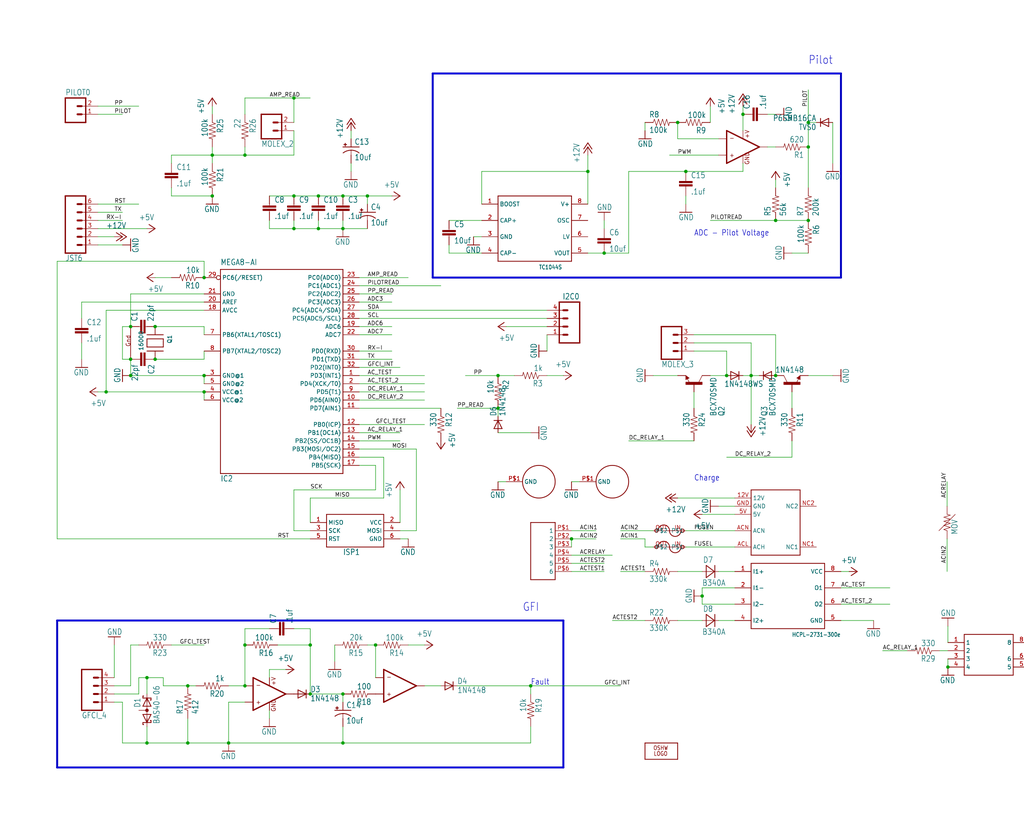
<source format=kicad_sch>
(kicad_sch (version 20230121) (generator eeschema)
  (paper "User" 318.567 260.071)
  (lib_symbols
    (symbol "open_evse-eagle-import:+12V" (power)
      (property "Value" "+12V" (at -2.54 -5.08 90))
      (symbol "+12V_1_0"
        (pin power_in line (at 0 -2.54 90) (length 2.54) (name "+12V") (number "1"))
      )
    )
    (symbol "open_evse-eagle-import:+5V" (power)
      (property "Value" "+5V" (at -2.54 -5.08 90))
      (symbol "+5V_1_0"
        (pin power_in line (at 0 -2.54 90) (length 2.54) (name "+5V") (number "1"))
      )
    )
    (symbol "open_evse-eagle-import:1.0UF50V10%(1206)"
      (property "Reference" "C" (at 1.524 2.921 0))
      (symbol "1.0UF50V10%(1206)_1_0"
        (pin passive line (at 0 5.08 270) (length 2.54) (name "1") (number "1"))
        (pin passive line (at 0 -2.54 90) (length 2.54) (name "2") (number "2"))
      )
    )
    (symbol "open_evse-eagle-import:AQH1213"
      (symbol "AQH1213_1_0"
        (pin bidirectional line (at -12.7 2.54 0) (length 5.08) (name "1") (number "1"))
        (pin bidirectional line (at -12.7 0 0) (length 5.08) (name "2") (number "2"))
        (pin bidirectional line (at -12.7 -2.54 0) (length 5.08) (name "3") (number "3"))
        (pin bidirectional line (at -12.7 -5.08 0) (length 5.08) (name "4") (number "4"))
        (pin bidirectional line (at 12.7 -5.08 180) (length 5.08) (name "5") (number "5"))
        (pin bidirectional line (at 12.7 -2.54 180) (length 5.08) (name "6") (number "6"))
        (pin bidirectional line (at 12.7 2.54 180) (length 5.08) (name "8") (number "8"))
      )
    )
    (symbol "open_evse-eagle-import:AVRISP-6"
      (property "Reference" "ISP" (at -2.54 -7.62 0))
      (symbol "AVRISP-6_1_0"
        (pin input line (at -12.7 2.54 0) (length 5.08) (name "MISO") (number "1"))
        (pin power_in line (at 15.24 2.54 180) (length 5.08) (name "VCC") (number "2"))
        (pin output line (at -12.7 0 0) (length 5.08) (name "SCK") (number "3"))
        (pin output line (at 15.24 0 180) (length 5.08) (name "MOSI") (number "4"))
        (pin output line (at -12.7 -2.54 0) (length 5.08) (name "RST") (number "5"))
        (pin power_in line (at 15.24 -2.54 180) (length 5.08) (name "GND") (number "6"))
      )
    )
    (symbol "open_evse-eagle-import:BAS40-06"
      (property "Reference" "D" (at 0.762 2.0066 0))
      (symbol "BAS40-06_1_0"
        (pin passive line (at -5.08 0 0) (length 2.54) (name "K1") (number "1"))
        (pin passive line (at 5.08 0 180) (length 2.54) (name "K2") (number "2"))
        (pin passive line (at 0 2.54 270) (length 2.54) (name "AA") (number "3"))
      )
    )
    (symbol "open_evse-eagle-import:BCX70SMD"
      (property "Reference" "Q" (at -10.16 7.62 0))
      (symbol "BCX70SMD_1_0"
        (pin passive line (at -2.54 0 0) (length 2.54) (name "B") (number "1"))
        (pin passive line (at 2.54 -5.08 90) (length 2.54) (name "E") (number "2"))
        (pin passive line (at 2.54 5.08 270) (length 2.54) (name "C") (number "3"))
      )
    )
    (symbol "open_evse-eagle-import:BEL1AFUSE"
      (symbol "BEL1AFUSE_1_0"
        (pin bidirectional line (at 5.08 0 180) (length 5.08) (name "P$2") (number "IN"))
        (pin bidirectional line (at -5.08 0 0) (length 5.08) (name "P$1") (number "OUT"))
      )
    )
    (symbol "open_evse-eagle-import:CAP0805"
      (property "Reference" "C" (at 1.524 2.921 0))
      (symbol "CAP0805_1_0"
        (pin passive line (at 0 5.08 270) (length 2.54) (name "1") (number "1"))
        (pin passive line (at 0 -2.54 90) (length 2.54) (name "2") (number "2"))
      )
    )
    (symbol "open_evse-eagle-import:CAP_POL1206"
      (property "Reference" "C" (at 1.016 0.635 0))
      (symbol "CAP_POL1206_1_0"
        (pin passive line (at 0 2.54 270) (length 2.54) (name "+") (number "A"))
        (pin passive line (at 0 -5.08 90) (length 2.54) (name "-") (number "C"))
      )
    )
    (symbol "open_evse-eagle-import:DIODE-SMB"
      (property "Reference" "D" (at 2.54 0.4826 0))
      (symbol "DIODE-SMB_1_0"
        (pin passive line (at -2.54 0 0) (length 2.54) (name "A") (number "A"))
        (pin passive line (at 2.54 0 180) (length 2.54) (name "C") (number "C"))
      )
    )
    (symbol "open_evse-eagle-import:DIODE-SOD123"
      (property "Reference" "D" (at 2.54 0.4826 0))
      (symbol "DIODE-SOD123_1_0"
        (pin passive line (at -2.54 0 0) (length 2.54) (name "A") (number "A"))
        (pin passive line (at 2.54 0 180) (length 2.54) (name "C") (number "C"))
      )
    )
    (symbol "open_evse-eagle-import:GFCI_4"
      (symbol "GFCI_4_1_0"
        (pin passive line (at 5.08 -2.54 180) (length 5.08) (name "1") (number "1"))
        (pin passive line (at 5.08 0 180) (length 5.08) (name "2") (number "2"))
        (pin passive line (at 5.08 2.54 180) (length 5.08) (name "3") (number "3"))
        (pin passive line (at 5.08 5.08 180) (length 5.08) (name "4") (number "4"))
      )
    )
    (symbol "open_evse-eagle-import:GND" (power)
      (property "Value" "GND" (at -2.54 -2.54 0))
      (symbol "GND_1_0"
        (pin power_in line (at 0 2.54 270) (length 2.54) (name "GND") (number "1"))
      )
    )
    (symbol "open_evse-eagle-import:HCPL-2731"
      (symbol "HCPL-2731_1_0"
        (pin bidirectional line (at -12.7 10.16 0) (length 5.08) (name "I1+") (number "1"))
        (pin bidirectional line (at -12.7 5.08 0) (length 5.08) (name "I1-") (number "2"))
        (pin bidirectional line (at -12.7 0 0) (length 5.08) (name "I2-") (number "3"))
        (pin bidirectional line (at -12.7 -5.08 0) (length 5.08) (name "I2+") (number "4"))
        (pin bidirectional line (at 20.32 -5.08 180) (length 5.08) (name "GND") (number "5"))
        (pin bidirectional line (at 20.32 0 180) (length 5.08) (name "O2") (number "6"))
        (pin bidirectional line (at 20.32 5.08 180) (length 5.08) (name "O1") (number "7"))
        (pin bidirectional line (at 20.32 10.16 180) (length 5.08) (name "VCC") (number "8"))
      )
    )
    (symbol "open_evse-eagle-import:HOLE"
      (symbol "HOLE_1_0"
        (pin bidirectional line (at -40.64 2.54 0) (length 5.08) (name "GND") (number "P$1"))
      )
    )
    (symbol "open_evse-eagle-import:JST-VH-6"
      (symbol "JST-VH-6_1_0"
        (pin bidirectional line (at 10.16 10.16 180) (length 5.08) (name "1") (number "P$1"))
        (pin bidirectional line (at 10.16 7.62 180) (length 5.08) (name "2") (number "P$2"))
        (pin bidirectional line (at 10.16 5.08 180) (length 5.08) (name "3") (number "P$3"))
        (pin bidirectional line (at 10.16 2.54 180) (length 5.08) (name "4") (number "P$4"))
        (pin bidirectional line (at 10.16 0 180) (length 5.08) (name "5") (number "P$5"))
        (pin bidirectional line (at 10.16 -2.54 180) (length 5.08) (name "6") (number "P$6"))
      )
    )
    (symbol "open_evse-eagle-import:JST6"
      (symbol "JST6_1_0"
        (pin passive line (at 5.08 -5.08 180) (length 5.08) (name "1") (number "1"))
        (pin passive line (at 5.08 -2.54 180) (length 5.08) (name "2") (number "2"))
        (pin passive line (at 5.08 0 180) (length 5.08) (name "3") (number "3"))
        (pin passive line (at 5.08 2.54 180) (length 5.08) (name "4") (number "4"))
        (pin passive line (at 5.08 5.08 180) (length 5.08) (name "5") (number "5"))
        (pin passive line (at 5.08 7.62 180) (length 5.08) (name "6") (number "6"))
      )
    )
    (symbol "open_evse-eagle-import:LMV358"
      (symbol "LMV358_1_0"
        (text "+" (at -4.318 -3.302 0) (effects (font (size 1.27 1.27)) (justify left bottom)))
        (text "+V" (at 2.032 2.54 900) (effects (font (size 1.27 1.27)) (justify left bottom)))
        (text "-" (at -4.318 2.032 0) (effects (font (size 1.27 1.27)) (justify left bottom)))
        (text "GND" (at 2.032 -5.588 900) (effects (font (size 1.27 1.27)) (justify left bottom)))
        (pin output line (at 7.62 0 180) (length 2.54) (name "OUT1") (number "1"))
        (pin input line (at -7.62 2.54 0) (length 2.54) (name "-IN1") (number "2"))
        (pin input line (at -7.62 -2.54 0) (length 2.54) (name "+IN1") (number "3"))
        (pin power_in line (at 0 -5.08 90) (length 2.54) (name "GND") (number "4"))
        (pin power_in line (at 0 5.08 270) (length 2.54) (name "+V") (number "8"))
      )
      (symbol "LMV358_2_0"
        (text "+" (at -4.318 -3.302 0) (effects (font (size 1.27 1.27)) (justify left bottom)))
        (text "-" (at -4.318 2.032 0) (effects (font (size 1.27 1.27)) (justify left bottom)))
        (pin input line (at -7.62 -2.54 0) (length 2.54) (name "+IN2") (number "5"))
        (pin input line (at -7.62 2.54 0) (length 2.54) (name "-IN2") (number "6"))
        (pin output line (at 7.62 0 180) (length 2.54) (name "OUT2") (number "7"))
      )
    )
    (symbol "open_evse-eagle-import:M025MM"
      (property "Reference" "JP" (at -2.54 5.842 0))
      (symbol "M025MM_1_0"
        (pin passive line (at 7.62 0 180) (length 5.08) (name "1") (number "1"))
        (pin passive line (at 7.62 2.54 180) (length 5.08) (name "2") (number "2"))
      )
    )
    (symbol "open_evse-eagle-import:M04JST-PTH-VERT"
      (property "Reference" "JP" (at -5.08 8.382 0))
      (symbol "M04JST-PTH-VERT_1_0"
        (pin passive line (at 5.08 -2.54 180) (length 5.08) (name "1") (number "1"))
        (pin passive line (at 5.08 0 180) (length 5.08) (name "2") (number "2"))
        (pin passive line (at 5.08 2.54 180) (length 5.08) (name "3") (number "3"))
        (pin passive line (at 5.08 5.08 180) (length 5.08) (name "4") (number "4"))
      )
    )
    (symbol "open_evse-eagle-import:MBRA340T3"
      (property "Reference" "D" (at -2.3114 2.6416 0))
      (symbol "MBRA340T3_1_0"
        (pin passive line (at -2.54 0 0) (length 2.54) (name "A") (number "A"))
        (pin passive line (at 2.54 0 180) (length 2.54) (name "C") (number "C"))
      )
    )
    (symbol "open_evse-eagle-import:MEGA8-AI"
      (property "Reference" "IC" (at -17.78 -38.1 0))
      (symbol "MEGA8-AI_1_0"
        (pin bidirectional line (at 25.4 -5.08 180) (length 5.08) (name "PD3(INT1)") (number "1"))
        (pin bidirectional line (at 25.4 -12.7 180) (length 5.08) (name "PD6(AIN0)") (number "10"))
        (pin bidirectional line (at 25.4 -15.24 180) (length 5.08) (name "PD7(AIN1)") (number "11"))
        (pin bidirectional line (at 25.4 -20.32 180) (length 5.08) (name "PB0(ICP)") (number "12"))
        (pin bidirectional line (at 25.4 -22.86 180) (length 5.08) (name "PB1(OC1A)") (number "13"))
        (pin bidirectional line (at 25.4 -25.4 180) (length 5.08) (name "PB2(SS/OC1B)") (number "14"))
        (pin bidirectional line (at 25.4 -27.94 180) (length 5.08) (name "PB3(MOSI/OC2)") (number "15"))
        (pin bidirectional line (at 25.4 -30.48 180) (length 5.08) (name "PB4(MISO)") (number "16"))
        (pin bidirectional line (at 25.4 -33.02 180) (length 5.08) (name "PB5(SCK)") (number "17"))
        (pin power_in line (at -22.86 15.24 0) (length 5.08) (name "AVCC") (number "18"))
        (pin bidirectional line (at 25.4 10.16 180) (length 5.08) (name "ADC6") (number "19"))
        (pin bidirectional line (at 25.4 -7.62 180) (length 5.08) (name "PD4(XCK/T0)") (number "2"))
        (pin passive line (at -22.86 17.78 0) (length 5.08) (name "AREF") (number "20"))
        (pin power_in line (at -22.86 20.32 0) (length 5.08) (name "GND") (number "21"))
        (pin bidirectional line (at 25.4 7.62 180) (length 5.08) (name "ADC7") (number "22"))
        (pin bidirectional line (at 25.4 25.4 180) (length 5.08) (name "PC0(ADC0)") (number "23"))
        (pin bidirectional line (at 25.4 22.86 180) (length 5.08) (name "PC1(ADC1)") (number "24"))
        (pin bidirectional line (at 25.4 20.32 180) (length 5.08) (name "PC2(ADC2)") (number "25"))
        (pin bidirectional line (at 25.4 17.78 180) (length 5.08) (name "PC3(ADC3)") (number "26"))
        (pin bidirectional line (at 25.4 15.24 180) (length 5.08) (name "PC4(ADC4/SDA)") (number "27"))
        (pin bidirectional line (at 25.4 12.7 180) (length 5.08) (name "PC5(ADC5/SCL)") (number "28"))
        (pin bidirectional inverted (at -22.86 25.4 0) (length 5.08) (name "PC6(/RESET)") (number "29"))
        (pin power_in line (at -22.86 -5.08 0) (length 5.08) (name "GND@1") (number "3"))
        (pin bidirectional line (at 25.4 2.54 180) (length 5.08) (name "PD0(RXD)") (number "30"))
        (pin bidirectional line (at 25.4 0 180) (length 5.08) (name "PD1(TXD)") (number "31"))
        (pin bidirectional line (at 25.4 -2.54 180) (length 5.08) (name "PD2(INT0)") (number "32"))
        (pin power_in line (at -22.86 -10.16 0) (length 5.08) (name "VCC@1") (number "4"))
        (pin power_in line (at -22.86 -7.62 0) (length 5.08) (name "GND@2") (number "5"))
        (pin power_in line (at -22.86 -12.7 0) (length 5.08) (name "VCC@2") (number "6"))
        (pin bidirectional line (at -22.86 7.62 0) (length 5.08) (name "PB6(XTAL1/TOSC1)") (number "7"))
        (pin bidirectional line (at -22.86 2.54 0) (length 5.08) (name "PB7(XTAL2/TOSC2)") (number "8"))
        (pin bidirectional line (at 25.4 -10.16 180) (length 5.08) (name "PD5(T1)") (number "9"))
      )
    )
    (symbol "open_evse-eagle-import:MOLEX_2"
      (symbol "MOLEX_2_1_0"
        (pin passive line (at 7.62 0 180) (length 5.08) (name "1") (number "1"))
        (pin passive line (at 7.62 2.54 180) (length 5.08) (name "2") (number "2"))
      )
    )
    (symbol "open_evse-eagle-import:MOLEX_3"
      (symbol "MOLEX_3_1_0"
        (pin passive line (at 7.62 -2.54 180) (length 5.08) (name "1") (number "1"))
        (pin passive line (at 7.62 0 180) (length 5.08) (name "2") (number "2"))
        (pin passive line (at 7.62 2.54 180) (length 5.08) (name "3") (number "3"))
      )
    )
    (symbol "open_evse-eagle-import:MOV"
      (symbol "MOV_1_0"
        (pin passive line (at -30.48 7.62 0) (length 2.54) (name "1") (number "P$1"))
        (pin passive line (at -20.32 7.62 180) (length 2.54) (name "2") (number "P$2"))
      )
    )
    (symbol "open_evse-eagle-import:MPM-04E-1205"
      (symbol "MPM-04E-1205_1_0"
        (pin bidirectional line (at -17.78 5.08 0) (length 5.08) (name "12V") (number "12V"))
        (pin bidirectional line (at -17.78 0 0) (length 5.08) (name "5V") (number "5V"))
        (pin bidirectional line (at -17.78 -10.16 0) (length 5.08) (name "ACH") (number "ACL"))
        (pin bidirectional line (at -17.78 -5.08 0) (length 5.08) (name "ACN") (number "ACN"))
        (pin bidirectional line (at -17.78 2.54 0) (length 5.08) (name "GND") (number "GND"))
        (pin bidirectional line (at 7.62 -10.16 180) (length 5.08) (name "NC1") (number "NC1"))
        (pin bidirectional line (at 7.62 2.54 180) (length 5.08) (name "NC2") (number "NC2"))
      )
    )
    (symbol "open_evse-eagle-import:OSHW_LOGO_8MILX0150-NT"
      (symbol "OSHW_LOGO_8MILX0150-NT_1_0"
        (text "LOGO" (at -2.413 -1.524 0) (effects (font (size 1.27 1.0795)) (justify left bottom)))
        (text "OSHW" (at -2.54 0.254 0) (effects (font (size 1.27 1.0795)) (justify left bottom)))
      )
    )
    (symbol "open_evse-eagle-import:RESISTOR0805-RES"
      (property "Reference" "R" (at -3.81 1.4986 0))
      (symbol "RESISTOR0805-RES_1_0"
        (pin passive line (at -5.08 0 0) (length 2.54) (name "1") (number "1"))
        (pin passive line (at 5.08 0 180) (length 2.54) (name "2") (number "2"))
      )
    )
    (symbol "open_evse-eagle-import:RESISTORPTH-1/4W"
      (property "Reference" "R" (at -3.81 1.4986 0))
      (symbol "RESISTORPTH-1/4W_1_0"
        (pin passive line (at -5.08 0 0) (length 2.54) (name "1") (number "P$1"))
        (pin passive line (at 5.08 0 180) (length 2.54) (name "2") (number "P$2"))
      )
    )
    (symbol "open_evse-eagle-import:TC1044S"
      (symbol "TC1044S_1_0"
        (pin bidirectional line (at -15.24 7.62 0) (length 5.08) (name "BOOST") (number "1"))
        (pin bidirectional line (at -15.24 2.54 0) (length 5.08) (name "CAP+") (number "2"))
        (pin bidirectional line (at -15.24 -2.54 0) (length 5.08) (name "GND") (number "3"))
        (pin bidirectional line (at -15.24 -7.62 0) (length 5.08) (name "CAP-") (number "4"))
        (pin bidirectional line (at 17.78 -7.62 180) (length 5.08) (name "VOUT") (number "5"))
        (pin bidirectional line (at 17.78 -2.54 180) (length 5.08) (name "LV") (number "6"))
        (pin bidirectional line (at 17.78 2.54 180) (length 5.08) (name "OSC") (number "7"))
        (pin bidirectional line (at 17.78 7.62 180) (length 5.08) (name "V+") (number "8"))
      )
    )
    (symbol "open_evse-eagle-import:XTAL-4-3225"
      (property "Reference" "Q" (at -2.54 3.81 0))
      (symbol "XTAL-4-3225_1_0"
        (text "Gnd" (at -2.54 -7.62 0) (effects (font (size 1.27 1.27)) (justify left bottom)))
        (pin power_in line (at -5.08 -7.62 0) (length 5.08) (name "G1") (number "1"))
        (pin bidirectional line (at -5.08 0 0) (length 2.54) (name "X1") (number "2"))
        (pin power_in line (at 5.08 -7.62 180) (length 5.08) (name "G2") (number "3"))
        (pin bidirectional line (at 5.08 0 180) (length 2.54) (name "X2") (number "4"))
      )
    )
  )
  (junction (at 48.26 101.6))
  (junction (at 154.94 127))
  (junction (at 233.68 116.84))
  (junction (at 63.5 116.84))
  (junction (at 187.96 78.74))
  (junction (at 106.68 215.9))
  (junction (at 63.5 121.92))
  (junction (at 66.04 60.96))
  (junction (at 241.3 68.58))
  (junction (at 231.14 35.56))
  (junction (at 58.42 213.36))
  (junction (at 106.68 231.14))
  (junction (at 76.2 200.66))
  (junction (at 99.06 60.96))
  (junction (at 213.36 53.34))
  (junction (at 63.5 86.36))
  (junction (at 226.06 116.84))
  (junction (at 45.72 231.14))
  (junction (at 99.06 71.12))
  (junction (at 251.46 38.1))
  (junction (at 210.82 38.1))
  (junction (at 71.12 231.14))
  (junction (at 91.44 60.96))
  (junction (at 182.88 53.34))
  (junction (at 66.04 48.26))
  (junction (at 294.894 207.518))
  (junction (at 40.64 111.76))
  (junction (at 91.44 71.12))
  (junction (at 251.46 45.72))
  (junction (at 177.8 167.64))
  (junction (at 154.94 116.84))
  (junction (at 96.52 200.66))
  (junction (at 96.52 215.9))
  (junction (at 45.72 210.82))
  (junction (at 91.44 30.48))
  (junction (at 218.44 185.42))
  (junction (at 251.46 68.58))
  (junction (at 58.42 231.14))
  (junction (at 76.2 48.26))
  (junction (at 165.1 213.36))
  (junction (at 106.68 71.12))
  (junction (at 40.64 101.6))
  (junction (at 40.64 116.84))
  (junction (at 116.84 200.66))
  (junction (at 33.02 121.92))
  (junction (at 106.68 60.96))
  (junction (at 76.2 213.36))
  (junction (at 114.3 60.96))
  (junction (at 241.3 116.84))
  (junction (at 48.26 111.76))
  (wire (pts (xy 213.36 53.34) (xy 195.58 53.34)) (stroke (width 0.1524)))
  (wire (pts (xy 246.38 142.24) (xy 246.38 137.16)) (stroke (width 0.1524)))
  (wire (pts (xy 203.2 165.1) (xy 193.04 165.1)) (stroke (width 0.1524)))
  (wire (pts (xy 220.98 33.02) (xy 220.98 38.1)) (stroke (width 0.1524)))
  (wire (pts (xy 177.8 170.18) (xy 177.8 167.64)) (stroke (width 0.1524)))
  (wire (pts (xy 99.06 71.12) (xy 106.68 71.12)) (stroke (width 0.1524)))
  (wire (pts (xy 48.26 86.36) (xy 53.34 86.36)) (stroke (width 0.1524)))
  (wire (pts (xy 182.88 53.34) (xy 182.88 48.26)) (stroke (width 0.1524)))
  (wire (pts (xy 139.7 78.74) (xy 149.86 78.74)) (stroke (width 0.1524)))
  (wire (pts (xy 63.5 96.52) (xy 33.02 96.52)) (stroke (width 0.1524)))
  (wire (pts (xy 63.5 81.28) (xy 17.78 81.28)) (stroke (width 0.1524)))
  (wire (pts (xy 147.32 73.66) (xy 149.86 73.66)) (stroke (width 0.1524)))
  (wire (pts (xy 91.44 48.26) (xy 91.44 40.64)) (stroke (width 0.1524)))
  (wire (pts (xy 218.44 187.96) (xy 218.44 185.42)) (stroke (width 0.1524)))
  (wire (pts (xy 106.68 71.12) (xy 114.3 71.12)) (stroke (width 0.1524)))
  (wire (pts (xy 48.26 101.6) (xy 63.5 101.6)) (stroke (width 0.1524)))
  (wire (pts (xy 38.1 76.2) (xy 30.48 76.2)) (stroke (width 0.1524)))
  (wire (pts (xy 215.9 109.22) (xy 226.06 109.22)) (stroke (width 0.1524)))
  (wire (pts (xy 187.96 78.74) (xy 182.88 78.74)) (stroke (width 0.1524)))
  (wire (pts (xy 86.36 200.66) (xy 96.52 200.66)) (stroke (width 0.1524)))
  (wire (pts (xy 210.82 154.94) (xy 228.6 154.94)) (stroke (width 0.1524)))
  (wire (pts (xy 83.82 71.12) (xy 91.44 71.12)) (stroke (width 0.1524)))
  (wire (pts (xy 43.18 210.82) (xy 45.72 210.82)) (stroke (width 0.1524)))
  (wire (pts (xy 91.44 30.48) (xy 96.52 30.48)) (stroke (width 0.1524)))
  (polyline (pts (xy 175.26 238.76) (xy 17.78 238.76)) (stroke (width 0.6096) (type solid)))
  (wire (pts (xy 177.8 165.1) (xy 185.42 165.1)) (stroke (width 0.1524)))
  (wire (pts (xy 132.08 213.36) (xy 137.16 213.36)) (stroke (width 0.1524)))
  (wire (pts (xy 213.36 165.1) (xy 228.6 165.1)) (stroke (width 0.1524)))
  (wire (pts (xy 63.5 111.76) (xy 63.5 109.22)) (stroke (width 0.1524)))
  (wire (pts (xy 25.4 93.98) (xy 25.4 99.06)) (stroke (width 0.1524)))
  (wire (pts (xy 251.46 38.1) (xy 251.46 27.94)) (stroke (width 0.1524)))
  (wire (pts (xy 76.2 30.48) (xy 91.44 30.48)) (stroke (width 0.1524)))
  (wire (pts (xy 83.82 68.58) (xy 83.82 71.12)) (stroke (width 0.1524)))
  (wire (pts (xy 109.22 53.34) (xy 109.22 50.8)) (stroke (width 0.1524)))
  (wire (pts (xy 233.68 132.08) (xy 233.68 116.84)) (stroke (width 0.1524)))
  (wire (pts (xy 149.86 63.5) (xy 149.86 53.34)) (stroke (width 0.1524)))
  (wire (pts (xy 213.36 170.18) (xy 228.6 170.18)) (stroke (width 0.1524)))
  (wire (pts (xy 111.76 86.36) (xy 127 86.36)) (stroke (width 0.1524)))
  (wire (pts (xy 111.76 121.92) (xy 132.08 121.92)) (stroke (width 0.1524)))
  (wire (pts (xy 170.18 96.52) (xy 111.76 96.52)) (stroke (width 0.1524)))
  (wire (pts (xy 149.86 53.34) (xy 182.88 53.34)) (stroke (width 0.1524)))
  (wire (pts (xy 177.8 167.64) (xy 185.42 167.64)) (stroke (width 0.1524)))
  (wire (pts (xy 83.82 60.96) (xy 91.44 60.96)) (stroke (width 0.1524)))
  (wire (pts (xy 30.48 35.56) (xy 38.1 35.56)) (stroke (width 0.1524)))
  (wire (pts (xy 45.72 215.9) (xy 45.72 210.82)) (stroke (width 0.1524)))
  (wire (pts (xy 40.64 116.84) (xy 63.5 116.84)) (stroke (width 0.1524)))
  (wire (pts (xy 45.72 231.14) (xy 58.42 231.14)) (stroke (width 0.1524)))
  (wire (pts (xy 35.56 210.82) (xy 35.56 200.66)) (stroke (width 0.1524)))
  (wire (pts (xy 63.5 86.36) (xy 63.5 81.28)) (stroke (width 0.1524)))
  (wire (pts (xy 320.294 199.898) (xy 332.994 199.898)) (stroke (width 0.1524)))
  (wire (pts (xy 35.56 218.44) (xy 38.1 218.44)) (stroke (width 0.1524)))
  (wire (pts (xy 294.64 157.48) (xy 294.64 149.86)) (stroke (width 0.1524)))
  (wire (pts (xy 76.2 48.26) (xy 76.2 45.72)) (stroke (width 0.1524)))
  (wire (pts (xy 111.76 119.38) (xy 132.08 119.38)) (stroke (width 0.1524)))
  (wire (pts (xy 111.76 101.6) (xy 121.92 101.6)) (stroke (width 0.1524)))
  (wire (pts (xy 116.84 200.66) (xy 114.3 200.66)) (stroke (width 0.1524)))
  (wire (pts (xy 231.14 35.56) (xy 231.14 40.64)) (stroke (width 0.1524)))
  (wire (pts (xy 76.2 213.36) (xy 71.12 213.36)) (stroke (width 0.1524)))
  (wire (pts (xy 40.64 111.76) (xy 40.64 116.84)) (stroke (width 0.1524)))
  (wire (pts (xy 38.1 101.6) (xy 40.64 101.6)) (stroke (width 0.1524)))
  (wire (pts (xy 76.2 48.26) (xy 91.44 48.26)) (stroke (width 0.1524)))
  (wire (pts (xy 294.64 167.64) (xy 294.64 177.8)) (stroke (width 0.1524)))
  (wire (pts (xy 71.12 231.14) (xy 71.12 218.44)) (stroke (width 0.1524)))
  (wire (pts (xy 35.56 213.36) (xy 40.64 213.36)) (stroke (width 0.1524)))
  (wire (pts (xy 111.76 132.08) (xy 132.08 132.08)) (stroke (width 0.1524)))
  (wire (pts (xy 165.1 213.36) (xy 142.24 213.36)) (stroke (width 0.1524)))
  (wire (pts (xy 71.12 231.14) (xy 106.68 231.14)) (stroke (width 0.1524)))
  (wire (pts (xy 241.3 104.14) (xy 241.3 116.84)) (stroke (width 0.1524)))
  (wire (pts (xy 53.34 60.96) (xy 66.04 60.96)) (stroke (width 0.1524)))
  (wire (pts (xy 91.44 195.58) (xy 96.52 195.58)) (stroke (width 0.1524)))
  (wire (pts (xy 210.82 177.8) (xy 218.44 177.8)) (stroke (width 0.1524)))
  (wire (pts (xy 238.76 45.72) (xy 241.3 45.72)) (stroke (width 0.1524)))
  (wire (pts (xy 83.82 210.82) (xy 83.82 208.28)) (stroke (width 0.1524)))
  (wire (pts (xy 190.5 193.04) (xy 200.66 193.04)) (stroke (width 0.1524)))
  (wire (pts (xy 132.08 200.66) (xy 127 200.66)) (stroke (width 0.1524)))
  (wire (pts (xy 33.02 121.92) (xy 63.5 121.92)) (stroke (width 0.1524)))
  (wire (pts (xy 292.354 202.438) (xy 294.894 202.438)) (stroke (width 0.1524)))
  (wire (pts (xy 231.14 53.34) (xy 231.14 50.8)) (stroke (width 0.1524)))
  (wire (pts (xy 200.66 167.64) (xy 200.66 170.18)) (stroke (width 0.1524)))
  (wire (pts (xy 154.94 127) (xy 142.24 127)) (stroke (width 0.1524)))
  (wire (pts (xy 154.94 149.86) (xy 157.48 149.86)) (stroke (width 0.1524)))
  (wire (pts (xy 203.2 116.84) (xy 210.82 116.84)) (stroke (width 0.1524)))
  (wire (pts (xy 170.18 109.22) (xy 170.18 104.14)) (stroke (width 0.1524)))
  (wire (pts (xy 116.84 144.78) (xy 111.76 144.78)) (stroke (width 0.1524)))
  (wire (pts (xy 241.3 35.56) (xy 238.76 35.56)) (stroke (width 0.1524)))
  (wire (pts (xy 218.44 193.04) (xy 210.82 193.04)) (stroke (width 0.1524)))
  (wire (pts (xy 121.92 60.96) (xy 114.3 60.96)) (stroke (width 0.1524)))
  (wire (pts (xy 195.58 78.74) (xy 187.96 78.74)) (stroke (width 0.1524)))
  (wire (pts (xy 109.22 40.64) (xy 109.22 43.18)) (stroke (width 0.1524)))
  (polyline (pts (xy 134.62 22.86) (xy 261.62 22.86)) (stroke (width 0.6096) (type solid)))
  (wire (pts (xy 154.94 116.84) (xy 160.02 116.84)) (stroke (width 0.1524)))
  (wire (pts (xy 170.18 99.06) (xy 111.76 99.06)) (stroke (width 0.1524)))
  (wire (pts (xy 154.94 116.84) (xy 144.78 116.84)) (stroke (width 0.1524)))
  (wire (pts (xy 40.64 213.36) (xy 40.64 200.66)) (stroke (width 0.1524)))
  (wire (pts (xy 271.78 193.04) (xy 261.62 193.04)) (stroke (width 0.1524)))
  (wire (pts (xy 91.44 152.4) (xy 116.84 152.4)) (stroke (width 0.1524)))
  (wire (pts (xy 66.04 48.26) (xy 76.2 48.26)) (stroke (width 0.1524)))
  (wire (pts (xy 223.52 177.8) (xy 228.6 177.8)) (stroke (width 0.1524)))
  (wire (pts (xy 106.68 215.9) (xy 96.52 215.9)) (stroke (width 0.1524)))
  (wire (pts (xy 96.52 165.1) (xy 91.44 165.1)) (stroke (width 0.1524)))
  (wire (pts (xy 83.82 208.28) (xy 88.9 208.28)) (stroke (width 0.1524)))
  (wire (pts (xy 246.38 78.74) (xy 251.46 78.74)) (stroke (width 0.1524)))
  (wire (pts (xy 210.82 43.18) (xy 210.82 38.1)) (stroke (width 0.1524)))
  (wire (pts (xy 251.46 45.72) (xy 251.46 58.42)) (stroke (width 0.1524)))
  (wire (pts (xy 177.8 175.26) (xy 187.96 175.26)) (stroke (width 0.1524)))
  (wire (pts (xy 187.96 71.12) (xy 187.96 68.58)) (stroke (width 0.1524)))
  (wire (pts (xy 45.72 226.06) (xy 45.72 231.14)) (stroke (width 0.1524)))
  (wire (pts (xy 45.72 210.82) (xy 50.8 210.82)) (stroke (width 0.1524)))
  (wire (pts (xy 233.68 116.84) (xy 233.68 106.68)) (stroke (width 0.1524)))
  (wire (pts (xy 25.4 111.76) (xy 25.4 106.68)) (stroke (width 0.1524)))
  (wire (pts (xy 294.894 204.978) (xy 294.894 207.518)) (stroke (width 0.1524)))
  (wire (pts (xy 38.1 231.14) (xy 45.72 231.14)) (stroke (width 0.1524)))
  (wire (pts (xy 58.42 231.14) (xy 71.12 231.14)) (stroke (width 0.1524)))
  (wire (pts (xy 91.44 38.1) (xy 91.44 30.48)) (stroke (width 0.1524)))
  (wire (pts (xy 35.56 215.9) (xy 43.18 215.9)) (stroke (width 0.1524)))
  (wire (pts (xy 226.06 109.22) (xy 226.06 116.84)) (stroke (width 0.1524)))
  (polyline (pts (xy 261.62 22.86) (xy 261.62 86.36)) (stroke (width 0.6096) (type solid)))
  (wire (pts (xy 106.68 226.06) (xy 106.68 231.14)) (stroke (width 0.1524)))
  (wire (pts (xy 261.62 187.96) (xy 276.86 187.96)) (stroke (width 0.1524)))
  (wire (pts (xy 50.8 213.36) (xy 58.42 213.36)) (stroke (width 0.1524)))
  (wire (pts (xy 106.68 60.96) (xy 99.06 60.96)) (stroke (width 0.1524)))
  (wire (pts (xy 177.8 177.8) (xy 187.96 177.8)) (stroke (width 0.1524)))
  (wire (pts (xy 119.38 142.24) (xy 111.76 142.24)) (stroke (width 0.1524)))
  (wire (pts (xy 264.16 177.8) (xy 261.62 177.8)) (stroke (width 0.1524)))
  (wire (pts (xy 48.26 111.76) (xy 63.5 111.76)) (stroke (width 0.1524)))
  (wire (pts (xy 58.42 213.36) (xy 60.96 213.36)) (stroke (width 0.1524)))
  (wire (pts (xy 96.52 195.58) (xy 96.52 200.66)) (stroke (width 0.1524)))
  (wire (pts (xy 40.64 200.66) (xy 43.18 200.66)) (stroke (width 0.1524)))
  (wire (pts (xy 200.66 167.64) (xy 193.04 167.64)) (stroke (width 0.1524)))
  (wire (pts (xy 38.1 111.76) (xy 38.1 101.6)) (stroke (width 0.1524)))
  (wire (pts (xy 114.3 63.5) (xy 114.3 60.96)) (stroke (width 0.1524)))
  (wire (pts (xy 111.76 134.62) (xy 124.46 134.62)) (stroke (width 0.1524)))
  (wire (pts (xy 30.48 66.04) (xy 38.1 66.04)) (stroke (width 0.1524)))
  (wire (pts (xy 320.294 204.978) (xy 332.994 204.978)) (stroke (width 0.1524)))
  (wire (pts (xy 53.34 200.66) (xy 63.5 200.66)) (stroke (width 0.1524)))
  (wire (pts (xy 282.194 202.438) (xy 274.574 202.438)) (stroke (width 0.1524)))
  (wire (pts (xy 124.46 167.64) (xy 127 167.64)) (stroke (width 0.1524)))
  (polyline (pts (xy 17.78 238.76) (xy 17.78 193.04)) (stroke (width 0.6096) (type solid)))
  (wire (pts (xy 83.82 195.58) (xy 76.2 195.58)) (stroke (width 0.1524)))
  (wire (pts (xy 129.54 139.7) (xy 129.54 165.1)) (stroke (width 0.1524)))
  (wire (pts (xy 35.56 73.66) (xy 30.48 73.66)) (stroke (width 0.1524)))
  (wire (pts (xy 228.6 157.48) (xy 223.52 157.48)) (stroke (width 0.1524)))
  (wire (pts (xy 218.44 182.88) (xy 218.44 185.42)) (stroke (width 0.1524)))
  (wire (pts (xy 200.66 170.18) (xy 203.2 170.18)) (stroke (width 0.1524)))
  (wire (pts (xy 251.46 68.58) (xy 241.3 68.58)) (stroke (width 0.1524)))
  (wire (pts (xy 157.48 101.6) (xy 170.18 101.6)) (stroke (width 0.1524)))
  (wire (pts (xy 200.66 177.8) (xy 193.04 177.8)) (stroke (width 0.1524)))
  (wire (pts (xy 63.5 119.38) (xy 63.5 116.84)) (stroke (width 0.1524)))
  (wire (pts (xy 165.1 213.36) (xy 165.1 215.9)) (stroke (width 0.1524)))
  (wire (pts (xy 213.36 63.5) (xy 213.36 60.96)) (stroke (width 0.1524)))
  (wire (pts (xy 215.9 104.14) (xy 241.3 104.14)) (stroke (width 0.1524)))
  (wire (pts (xy 165.1 134.62) (xy 154.94 134.62)) (stroke (width 0.1524)))
  (wire (pts (xy 38.1 218.44) (xy 38.1 231.14)) (stroke (width 0.1524)))
  (wire (pts (xy 40.64 91.44) (xy 40.64 101.6)) (stroke (width 0.1524)))
  (wire (pts (xy 66.04 48.26) (xy 66.04 50.8)) (stroke (width 0.1524)))
  (wire (pts (xy 129.54 165.1) (xy 124.46 165.1)) (stroke (width 0.1524)))
  (wire (pts (xy 111.76 139.7) (xy 129.54 139.7)) (stroke (width 0.1524)))
  (wire (pts (xy 63.5 101.6) (xy 63.5 104.14)) (stroke (width 0.1524)))
  (wire (pts (xy 246.38 142.24) (xy 226.06 142.24)) (stroke (width 0.1524)))
  (wire (pts (xy 182.88 63.5) (xy 182.88 53.34)) (stroke (width 0.1524)))
  (wire (pts (xy 246.38 127) (xy 246.38 121.92)) (stroke (width 0.1524)))
  (wire (pts (xy 96.52 200.66) (xy 96.52 215.9)) (stroke (width 0.1524)))
  (wire (pts (xy 91.44 165.1) (xy 91.44 152.4)) (stroke (width 0.1524)))
  (wire (pts (xy 33.02 96.52) (xy 33.02 121.92)) (stroke (width 0.1524)))
  (wire (pts (xy 170.18 116.84) (xy 175.26 116.84)) (stroke (width 0.1524)))
  (wire (pts (xy 111.76 93.98) (xy 121.92 93.98)) (stroke (width 0.1524)))
  (wire (pts (xy 53.34 48.26) (xy 66.04 48.26)) (stroke (width 0.1524)))
  (wire (pts (xy 259.08 50.8) (xy 259.08 38.1)) (stroke (width 0.1524)))
  (wire (pts (xy 111.76 137.16) (xy 124.46 137.16)) (stroke (width 0.1524)))
  (wire (pts (xy 215.9 127) (xy 215.9 121.92)) (stroke (width 0.1524)))
  (wire (pts (xy 254 38.1) (xy 251.46 38.1)) (stroke (width 0.1524)))
  (wire (pts (xy 104.14 205.74) (xy 104.14 200.66)) (stroke (width 0.1524)))
  (wire (pts (xy 99.06 60.96) (xy 91.44 60.96)) (stroke (width 0.1524)))
  (wire (pts (xy 137.16 127) (xy 111.76 127)) (stroke (width 0.1524)))
  (wire (pts (xy 71.12 218.44) (xy 76.2 218.44)) (stroke (width 0.1524)))
  (wire (pts (xy 111.76 124.46) (xy 132.08 124.46)) (stroke (width 0.1524)))
  (wire (pts (xy 17.78 167.64) (xy 96.52 167.64)) (stroke (width 0.1524)))
  (wire (pts (xy 111.76 104.14) (xy 121.92 104.14)) (stroke (width 0.1524)))
  (wire (pts (xy 43.18 215.9) (xy 43.18 210.82)) (stroke (width 0.1524)))
  (wire (pts (xy 228.6 187.96) (xy 218.44 187.96)) (stroke (width 0.1524)))
  (wire (pts (xy 223.52 43.18) (xy 210.82 43.18)) (stroke (width 0.1524)))
  (wire (pts (xy 259.08 116.84) (xy 251.46 116.84)) (stroke (width 0.1524)))
  (wire (pts (xy 63.5 124.46) (xy 63.5 121.92)) (stroke (width 0.1524)))
  (wire (pts (xy 38.1 68.58) (xy 30.48 68.58)) (stroke (width 0.1524)))
  (wire (pts (xy 241.3 68.58) (xy 220.98 68.58)) (stroke (width 0.1524)))
  (wire (pts (xy 231.14 53.34) (xy 213.36 53.34)) (stroke (width 0.1524)))
  (wire (pts (xy 45.72 71.12) (xy 30.48 71.12)) (stroke (width 0.1524)))
  (wire (pts (xy 83.82 223.52) (xy 83.82 220.98)) (stroke (width 0.1524)))
  (wire (pts (xy 66.04 45.72) (xy 66.04 48.26)) (stroke (width 0.1524)))
  (wire (pts (xy 193.04 213.36) (xy 165.1 213.36)) (stroke (width 0.1524)))
  (wire (pts (xy 40.64 111.76) (xy 38.1 111.76)) (stroke (width 0.1524)))
  (wire (pts (xy 177.8 149.86) (xy 180.34 149.86)) (stroke (width 0.1524)))
  (wire (pts (xy 231.14 33.02) (xy 231.14 35.56)) (stroke (width 0.1524)))
  (wire (pts (xy 149.86 68.58) (xy 139.7 68.58)) (stroke (width 0.1524)))
  (wire (pts (xy 76.2 195.58) (xy 76.2 200.66)) (stroke (width 0.1524)))
  (wire (pts (xy 96.52 162.56) (xy 96.52 154.94)) (stroke (width 0.1524)))
  (wire (pts (xy 25.4 93.98) (xy 63.5 93.98)) (stroke (width 0.1524)))
  (wire (pts (xy 114.3 60.96) (xy 106.68 60.96)) (stroke (width 0.1524)))
  (wire (pts (xy 165.1 226.06) (xy 165.1 231.14)) (stroke (width 0.1524)))
  (wire (pts (xy 63.5 91.44) (xy 40.64 91.44)) (stroke (width 0.1524)))
  (wire (pts (xy 116.84 210.82) (xy 116.84 200.66)) (stroke (width 0.1524)))
  (wire (pts (xy 58.42 231.14) (xy 58.42 223.52)) (stroke (width 0.1524)))
  (wire (pts (xy 106.68 231.14) (xy 165.1 231.14)) (stroke (width 0.1524)))
  (wire (pts (xy 200.66 38.1) (xy 200.66 40.64)) (stroke (width 0.1524)))
  (wire (pts (xy 294.894 199.898) (xy 294.894 194.818)) (stroke (width 0.1524)))
  (wire (pts (xy 111.76 114.3) (xy 124.46 114.3)) (stroke (width 0.1524)))
  (wire (pts (xy 139.7 76.2) (xy 139.7 78.74)) (stroke (width 0.1524)))
  (wire (pts (xy 53.34 58.42) (xy 53.34 60.96)) (stroke (width 0.1524)))
  (wire (pts (xy 116.84 152.4) (xy 116.84 144.78)) (stroke (width 0.1524)))
  (wire (pts (xy 228.6 182.88) (xy 218.44 182.88)) (stroke (width 0.1524)))
  (wire (pts (xy 231.14 116.84) (xy 233.68 116.84)) (stroke (width 0.1524)))
  (wire (pts (xy 208.28 48.26) (xy 223.52 48.26)) (stroke (width 0.1524)))
  (wire (pts (xy 111.76 91.44) (xy 121.92 91.44)) (stroke (width 0.1524)))
  (wire (pts (xy 91.44 71.12) (xy 99.06 71.12)) (stroke (width 0.1524)))
  (wire (pts (xy 76.2 200.66) (xy 76.2 213.36)) (stroke (width 0.1524)))
  (wire (pts (xy 226.06 116.84) (xy 220.98 116.84)) (stroke (width 0.1524)))
  (wire (pts (xy 137.16 88.9) (xy 111.76 88.9)) (stroke (width 0.1524)))
  (wire (pts (xy 66.04 33.02) (xy 66.04 35.56)) (stroke (width 0.1524)))
  (wire (pts (xy 111.76 109.22) (xy 121.92 109.22)) (stroke (width 0.1524)))
  (wire (pts (xy 261.62 182.88) (xy 276.86 182.88)) (stroke (width 0.1524)))
  (polyline (pts (xy 17.78 193.04) (xy 175.26 193.04)) (stroke (width 0.6096) (type solid)))
  (wire (pts (xy 50.8 210.82) (xy 50.8 213.36)) (stroke (width 0.1524)))
  (wire (pts (xy 53.34 50.8) (xy 53.34 48.26)) (stroke (width 0.1524)))
  (wire (pts (xy 17.78 81.28) (xy 17.78 167.64)) (stroke (width 0.1524)))
  (wire (pts (xy 106.68 68.58) (xy 106.68 71.12)) (stroke (width 0.1524)))
  (polyline (pts (xy 134.62 86.36) (xy 134.62 22.86)) (stroke (width 0.6096) (type solid)))
  (wire (pts (xy 106.68 218.44) (xy 106.68 215.9)) (stroke (width 0.1524)))
  (wire (pts (xy 154.94 127) (xy 154.94 129.54)) (stroke (width 0.1524)))
  (wire (pts (xy 124.46 162.56) (xy 124.46 152.4)) (stroke (width 0.1524)))
  (wire (pts (xy 119.38 154.94) (xy 119.38 142.24)) (stroke (width 0.1524)))
  (wire (pts (xy 30.48 63.5) (xy 43.18 63.5)) (stroke (width 0.1524)))
  (wire (pts (xy 96.52 154.94) (xy 119.38 154.94)) (stroke (width 0.1524)))
  (wire (pts (xy 121.92 111.76) (xy 111.76 111.76)) (stroke (width 0.1524)))
  (polyline (pts (xy 175.26 193.04) (xy 175.26 238.76)) (stroke (width 0.6096) (type solid)))
  (polyline (pts (xy 261.62 86.36) (xy 134.62 86.36)) (stroke (width 0.6096) (type solid)))
  (wire (pts (xy 99.06 68.58) (xy 99.06 71.12)) (stroke (width 0.1524)))
  (wire (pts (xy 195.58 53.34) (xy 195.58 78.74)) (stroke (width 0.1524)))
  (wire (pts (xy 91.44 68.58) (xy 91.44 71.12)) (stroke (width 0.1524)))
  (wire (pts (xy 177.8 172.72) (xy 190.5 172.72)) (stroke (width 0.1524)))
  (wire (pts (xy 76.2 35.56) (xy 76.2 30.48)) (stroke (width 0.1524)))
  (wire (pts (xy 111.76 116.84) (xy 132.08 116.84)) (stroke (width 0.1524)))
  (wire (pts (xy 236.22 116.84) (xy 233.68 116.84)) (stroke (width 0.1524)))
  (wire (pts (xy 251.46 45.72) (xy 251.46 38.1)) (stroke (width 0.1524)))
  (wire (pts (xy 223.52 193.04) (xy 228.6 193.04)) (stroke (width 0.1524)))
  (wire (pts (xy 215.9 137.16) (xy 195.58 137.16)) (stroke (width 0.1524)))
  (wire (pts (xy 233.68 106.68) (xy 215.9 106.68)) (stroke (width 0.1524)))
  (wire (pts (xy 30.48 121.92) (xy 33.02 121.92)) (stroke (width 0.1524)))
  (wire (pts (xy 241.3 58.42) (xy 241.3 55.88)) (stroke (width 0.1524)))
  (wire (pts (xy 218.44 160.02) (xy 228.6 160.02)) (stroke (width 0.1524)))
  (wire (pts (xy 30.48 33.02) (xy 43.18 33.02)) (stroke (width 0.1524)))
  (text "Charge" (at 215.9 149.86 0) (effects (font (size 1.778 1.5113)) (justify left bottom)))
  (text "Fault" (at 165.1 213.36 0) (effects (font (size 1.778 1.5113)) (justify left bottom)))
  (text "ADC - Pilot Voltage" (at 215.9 73.66 0) (effects (font (size 1.778 1.5113)) (justify left bottom)))
  (text "Pilot" (at 251.46 20.32 0) (effects (font (size 2.54 2.159)) (justify left bottom)))
  (text "GFI" (at 162.56 190.5 0) (effects (font (size 2.54 2.159)) (justify left bottom)))
  (label "PP_READ" (at 142.24 127 0) (effects (font (size 1.2446 1.2446))))
  (label "RST" (at 86.36 167.64 0) (effects (font (size 1.2446 1.2446))))
  (label "GFCI_TEST" (at 55.88 200.66 0) (effects (font (size 1.2446 1.2446))))
  (label "GFCI_INT" (at 187.96 213.36 0) (effects (font (size 1.2446 1.2446))))
  (label "FUSEL" (at 215.9 170.18 0) (effects (font (size 1.2446 1.2446))))
  (label "SCK" (at 96.52 152.4 0) (effects (font (size 1.2446 1.2446))))
  (label "MISO" (at 104.14 154.94 0) (effects (font (size 1.2446 1.2446))))
  (label "RST" (at 35.56 63.5 0) (effects (font (size 1.2446 1.2446))))
  (label "PILOTREAD" (at 114.3 88.9 0) (effects (font (size 1.2446 1.2446))))
  (label "ACIN1" (at 193.04 167.64 0) (effects (font (size 1.2446 1.2446))))
  (label "ACRELAY" (at 294.64 154.94 90) (effects (font (size 1.2446 1.2446))))
  (label "ACRELAY" (at 325.374 204.978 0) (effects (font (size 1.2446 1.2446))))
  (label "ADC3" (at 114.3 93.98 0) (effects (font (size 1.2446 1.2446))))
  (label "GFCI_TEST" (at 116.84 132.08 0) (effects (font (size 1.2446 1.2446))))
  (label "ADC7" (at 114.3 104.14 0) (effects (font (size 1.2446 1.2446))))
  (label "DC_RELAY_1" (at 114.3 121.92 0) (effects (font (size 1.2446 1.2446))))
  (label "AMP_READ" (at 83.82 30.48 0) (effects (font (size 1.2446 1.2446))))
  (label "ACRELAY" (at 180.34 172.72 0) (effects (font (size 1.2446 1.2446))))
  (label "AC_TEST" (at 114.3 116.84 0) (effects (font (size 1.2446 1.2446))))
  (label "RX-I" (at 114.3 109.22 0) (effects (font (size 1.2446 1.2446))))
  (label "ADC6" (at 114.3 101.6 0) (effects (font (size 1.2446 1.2446))))
  (label "ACIN2" (at 193.04 165.1 0) (effects (font (size 1.2446 1.2446))))
  (label "PILOT" (at 251.46 27.94 270) (effects (font (size 1.2446 1.2446))))
  (label "AC_RELAY_1" (at 274.574 202.438 0) (effects (font (size 1.2446 1.2446))))
  (label "DC_RELAY_2" (at 114.3 124.46 0) (effects (font (size 1.2446 1.2446))))
  (label "ACTEST1" (at 193.04 177.8 0) (effects (font (size 1.2446 1.2446))))
  (label "SCL" (at 114.3 99.06 0) (effects (font (size 1.2446 1.2446))))
  (label "GFCI_INT" (at 114.3 114.3 0) (effects (font (size 1.2446 1.2446))))
  (label "AC_TEST_2" (at 261.62 187.96 0) (effects (font (size 1.2446 1.2446))))
  (label "AC_TEST_2" (at 114.3 119.38 0) (effects (font (size 1.2446 1.2446))))
  (label "RX-I" (at 33.02 68.58 0) (effects (font (size 1.2446 1.2446))))
  (label "ACTEST1" (at 180.34 177.8 0) (effects (font (size 1.2446 1.2446))))
  (label "ACIN2" (at 180.34 167.64 0) (effects (font (size 1.2446 1.2446))))
  (label "ACIN1" (at 180.34 165.1 0) (effects (font (size 1.2446 1.2446))))
  (label "MOSI" (at 121.92 139.7 0) (effects (font (size 1.2446 1.2446))))
  (label "DC_RELAY_2" (at 228.6 142.24 0) (effects (font (size 1.2446 1.2446))))
  (label "ACIN2" (at 294.64 175.26 90) (effects (font (size 1.2446 1.2446))))
  (label "PP_READ" (at 114.3 91.44 0) (effects (font (size 1.2446 1.2446))))
  (label "PWM" (at 114.3 137.16 0) (effects (font (size 1.2446 1.2446))))
  (label "ACTEST2" (at 190.5 193.04 0) (effects (font (size 1.2446 1.2446))))
  (label "AMP_READ" (at 114.3 86.36 0) (effects (font (size 1.2446 1.2446))))
  (label "SDA" (at 114.3 96.52 0) (effects (font (size 1.2446 1.2446))))
  (label "TX" (at 35.56 66.04 0) (effects (font (size 1.2446 1.2446))))
  (label "PP" (at 147.32 116.84 0) (effects (font (size 1.2446 1.2446))))
  (label "PILOT" (at 35.56 35.56 0) (effects (font (size 1.2446 1.2446))))
  (label "PILOTREAD" (at 220.98 68.58 0) (effects (font (size 1.2446 1.2446))))
  (label "FUSEL" (at 325.374 199.898 0) (effects (font (size 1.2446 1.2446))))
  (label "PWM" (at 210.82 48.26 0) (effects (font (size 1.2446 1.2446))))
  (label "PP" (at 35.56 33.02 0) (effects (font (size 1.2446 1.2446))))
  (label "FUSEN" (at 215.9 165.1 0) (effects (font (size 1.2446 1.2446))))
  (label "TX" (at 114.3 111.76 0) (effects (font (size 1.2446 1.2446))))
  (label "AC_TEST" (at 261.62 182.88 0) (effects (font (size 1.2446 1.2446))))
  (label "ACTEST2" (at 180.34 175.26 0) (effects (font (size 1.2446 1.2446))))
  (label "DC_RELAY_1" (at 195.58 137.16 0) (effects (font (size 1.2446 1.2446))))
  (label "AC_RELAY_1" (at 114.3 134.62 0) (effects (font (size 1.2446 1.2446))))
  (symbol (lib_id "open_evse-eagle-import:HOLE") (at 198.12 152.4 0) (unit 1)
    (property "Reference" "U$4" (effects hide))
    (property "Value" "HOLE" (effects hide))
    (property "Footprint" "open_evse:HOLE" (effects hide))
  )
  (symbol (lib_id "open_evse-eagle-import:MOV") (at 302.26 137.16 90) (unit 1)
    (property "Reference" "U$1" (effects hide))
    (property "Value" "MOV" (at 297.942 166.37 0) (effects (font (size 1.778 1.5113)) (justify left bottom)))
    (property "Footprint" "open_evse:MOV" (effects hide))
  )
  (symbol (lib_id "open_evse-eagle-import:GND") (at 38.1 116.84 270) (unit 1)
    (property "Reference" "#GND5" (effects hide))
    (property "Value" "GND" (at 35.56 114.3 0) (effects (font (size 1.778 1.5113)) (justify left bottom)))
  )
  (symbol (lib_id "open_evse-eagle-import:CAP_POL1206") (at 114.3 66.04 0) (unit 1)
    (property "Reference" "C4" (at 115.316 65.405 0) (effects (font (size 1.778 1.5113)) (justify left bottom)))
    (property "Value" "10uf" (at 115.316 70.231 0) (effects (font (size 1.778 1.5113)) (justify left bottom)))
    (property "Footprint" "open_evse:EIA3216" (effects hide))
  )
  (symbol (lib_id "open_evse-eagle-import:BCX70SMD") (at 215.9 119.38 270) (mirror x) (unit 1)
    (property "Reference" "Q2" (at 223.52 129.54 0) (effects (font (size 1.778 1.5113)) (justify left bottom)))
    (property "Value" "BCX70SMD" (at 220.98 129.54 0) (effects (font (size 1.778 1.5113)) (justify left bottom)))
    (property "Footprint" "open_evse:SOT23" (effects hide))
  )
  (symbol (lib_id "open_evse-eagle-import:+5V") (at 137.16 139.7 180) (unit 1)
    (property "Reference" "#P+16" (effects hide))
    (property "Value" "+5V" (at 139.7 134.62 90) (effects (font (size 1.778 1.5113)) (justify left bottom)))
  )
  (symbol (lib_id "open_evse-eagle-import:DIODE-SOD123") (at 238.76 116.84 180) (unit 1)
    (property "Reference" "D2" (effects hide))
    (property "Value" "1N4148" (at 250.19 114.046 0) (effects (font (size 1.778 1.5113)) (justify left bottom)))
    (property "Footprint" "open_evse:SOD123" (effects hide))
  )
  (symbol (lib_id "open_evse-eagle-import:+5V") (at 134.62 200.66 270) (unit 1)
    (property "Reference" "#P+18" (effects hide))
    (property "Value" "+5V" (at 129.54 198.12 90) (effects (font (size 1.778 1.5113)) (justify left bottom)))
  )
  (symbol (lib_id "open_evse-eagle-import:DIODE-SOD123") (at 93.98 215.9 0) (unit 1)
    (property "Reference" "D3" (at 96.52 215.4174 0) (effects (font (size 1.778 1.5113)) (justify left bottom)))
    (property "Value" "1N4148" (at 96.52 218.2114 0) (effects (font (size 1.778 1.5113)) (justify left bottom)))
    (property "Footprint" "open_evse:SOD123" (effects hide))
  )
  (symbol (lib_id "open_evse-eagle-import:RESISTOR0805-RES") (at 111.76 215.9 180) (unit 1)
    (property "Reference" "R18" (at 115.57 217.3986 0) (effects (font (size 1.778 1.5113)) (justify left bottom)))
    (property "Value" "100" (at 115.57 212.598 0) (effects (font (size 1.778 1.5113)) (justify left bottom)))
    (property "Footprint" "open_evse:0805" (effects hide))
  )
  (symbol (lib_id "open_evse-eagle-import:RESISTOR0805-RES") (at 81.28 200.66 180) (unit 1)
    (property "Reference" "R16" (at 85.09 202.1586 0) (effects (font (size 1.778 1.5113)) (justify left bottom)))
    (property "Value" "100k" (at 85.09 197.358 0) (effects (font (size 1.778 1.5113)) (justify left bottom)))
    (property "Footprint" "open_evse:0805" (effects hide))
  )
  (symbol (lib_id "open_evse-eagle-import:GND") (at 215.9 185.42 270) (unit 1)
    (property "Reference" "#GND13" (effects hide))
    (property "Value" "GND" (at 213.36 182.88 0) (effects (font (size 1.778 1.5113)) (justify left bottom)))
  )
  (symbol (lib_id "open_evse-eagle-import:GND") (at 177.8 152.4 0) (unit 1)
    (property "Reference" "#GND30" (effects hide))
    (property "Value" "GND" (at 175.26 154.94 0) (effects (font (size 1.778 1.5113)) (justify left bottom)))
  )
  (symbol (lib_id "open_evse-eagle-import:CAP0805") (at 213.36 58.42 0) (unit 1)
    (property "Reference" "C15" (at 214.884 55.499 0) (effects (font (size 1.778 1.5113)) (justify left bottom)))
    (property "Value" ".1uf" (at 214.884 60.579 0) (effects (font (size 1.778 1.5113)) (justify left bottom)))
    (property "Footprint" "open_evse:0805" (effects hide))
  )
  (symbol (lib_id "open_evse-eagle-import:+5V") (at 177.8 116.84 270) (unit 1)
    (property "Reference" "#P+3" (effects hide))
    (property "Value" "+5V" (at 172.72 114.3 90) (effects (font (size 1.778 1.5113)) (justify left bottom)))
  )
  (symbol (lib_id "open_evse-eagle-import:GND") (at 294.894 192.278 180) (unit 1)
    (property "Reference" "#GND28" (effects hide))
    (property "Value" "GND" (at 297.434 189.738 0) (effects (font (size 1.778 1.5113)) (justify left bottom)))
  )
  (symbol (lib_id "open_evse-eagle-import:+5V") (at 27.94 121.92 90) (unit 1)
    (property "Reference" "#P+5" (effects hide))
    (property "Value" "+5V" (at 33.02 124.46 90) (effects (font (size 1.778 1.5113)) (justify left bottom)))
  )
  (symbol (lib_id "open_evse-eagle-import:BEL1AFUSE") (at 208.28 165.1 0) (unit 1)
    (property "Reference" "F1" (effects hide))
    (property "Value" "BEL1AFUSE" (effects hide))
    (property "Footprint" "open_evse:BELFUSE1A" (effects hide))
  )
  (symbol (lib_id "open_evse-eagle-import:RESISTOR0805-RES") (at 215.9 132.08 270) (unit 1)
    (property "Reference" "R24" (at 217.3986 128.27 0) (effects (font (size 1.778 1.5113)) (justify left bottom)))
    (property "Value" "330" (at 212.598 128.27 0) (effects (font (size 1.778 1.5113)) (justify left bottom)))
    (property "Footprint" "open_evse:0805" (effects hide))
  )
  (symbol (lib_id "open_evse-eagle-import:GND") (at 167.64 109.22 270) (unit 1)
    (property "Reference" "#GND17" (effects hide))
    (property "Value" "GND" (at 165.1 106.68 0) (effects (font (size 1.778 1.5113)) (justify left bottom)))
  )
  (symbol (lib_id "open_evse-eagle-import:GND") (at 127 170.18 0) (unit 1)
    (property "Reference" "#GND6" (effects hide))
    (property "Value" "GND" (at 124.46 172.72 0) (effects (font (size 1.778 1.5113)) (justify left bottom)))
  )
  (symbol (lib_id "open_evse-eagle-import:+5V") (at 91.44 208.28 270) (unit 1)
    (property "Reference" "#P+15" (effects hide))
    (property "Value" "+5V" (at 86.36 205.74 90) (effects (font (size 1.778 1.5113)) (justify left bottom)))
  )
  (symbol (lib_id "open_evse-eagle-import:GND") (at 261.62 116.84 90) (unit 1)
    (property "Reference" "#GND3" (effects hide))
    (property "Value" "GND" (at 264.16 119.38 0) (effects (font (size 1.778 1.5113)) (justify left bottom)))
  )
  (symbol (lib_id "open_evse-eagle-import:RESISTOR0805-RES") (at 66.04 213.36 180) (unit 1)
    (property "Reference" "R20" (at 69.85 214.8586 0) (effects (font (size 1.778 1.5113)) (justify left bottom)))
    (property "Value" "1k" (at 69.85 210.058 0) (effects (font (size 1.778 1.5113)) (justify left bottom)))
    (property "Footprint" "open_evse:0805" (effects hide))
  )
  (symbol (lib_id "open_evse-eagle-import:RESISTOR0805-RES") (at 58.42 218.44 90) (unit 1)
    (property "Reference" "R17" (at 56.9214 222.25 0) (effects (font (size 1.778 1.5113)) (justify left bottom)))
    (property "Value" "412" (at 61.722 222.25 0) (effects (font (size 1.778 1.5113)) (justify left bottom)))
    (property "Footprint" "open_evse:0805" (effects hide))
  )
  (symbol (lib_id "open_evse-eagle-import:LMV358") (at 124.46 213.36 0) (unit 2)
    (property "Reference" "IC3" (effects hide))
    (property "Value" "LMV358" (effects hide))
    (property "Footprint" "open_evse:SO08" (effects hide))
  )
  (symbol (lib_id "open_evse-eagle-import:GND") (at 83.82 226.06 0) (unit 1)
    (property "Reference" "#GND22" (effects hide))
    (property "Value" "GND" (at 81.28 228.6 0) (effects (font (size 1.778 1.5113)) (justify left bottom)))
  )
  (symbol (lib_id "open_evse-eagle-import:GND") (at 40.64 76.2 90) (unit 1)
    (property "Reference" "#GND7" (effects hide))
    (property "Value" "GND" (at 43.18 78.74 0) (effects (font (size 1.778 1.5113)) (justify left bottom)))
  )
  (symbol (lib_id "open_evse-eagle-import:MBRA340T3") (at 220.98 177.8 0) (unit 1)
    (property "Reference" "D7" (at 218.6686 175.1584 0) (effects (font (size 1.778 1.5113)) (justify left bottom)))
    (property "Value" "B340A" (at 218.4146 182.2958 0) (effects (font (size 1.778 1.5113)) (justify left bottom)))
    (property "Footprint" "open_evse:SMA" (effects hide))
  )
  (symbol (lib_id "open_evse-eagle-import:+5V") (at 220.98 30.48 0) (mirror y) (unit 1)
    (property "Reference" "#P+11" (effects hide))
    (property "Value" "+5V" (at 223.52 35.56 90) (effects (font (size 1.778 1.5113)) (justify left bottom)))
  )
  (symbol (lib_id "open_evse-eagle-import:MPM-04E-1205") (at 246.38 160.02 0) (unit 1)
    (property "Reference" "PS1" (effects hide))
    (property "Value" "MPM-04E-1205" (effects hide))
    (property "Footprint" "open_evse:MPM-04E-1205" (effects hide))
  )
  (symbol (lib_id "open_evse-eagle-import:RESISTOR0805-RES") (at 241.3 63.5 90) (unit 1)
    (property "Reference" "R5" (at 239.8014 67.31 0) (effects (font (size 1.778 1.5113)) (justify left bottom)))
    (property "Value" "56k" (at 244.602 67.31 0) (effects (font (size 1.778 1.5113)) (justify left bottom)))
    (property "Footprint" "open_evse:0805" (effects hide))
  )
  (symbol (lib_id "open_evse-eagle-import:GND") (at 25.4 114.3 0) (unit 1)
    (property "Reference" "#GND33" (effects hide))
    (property "Value" "GND" (at 22.86 116.84 0) (effects (font (size 1.778 1.5113)) (justify left bottom)))
  )
  (symbol (lib_id "open_evse-eagle-import:+12V") (at 233.68 134.62 180) (unit 1)
    (property "Reference" "#P+21" (effects hide))
    (property "Value" "+12V" (at 236.22 129.54 90) (effects (font (size 1.778 1.5113)) (justify left bottom)))
  )
  (symbol (lib_id "open_evse-eagle-import:GND") (at 294.894 210.058 0) (unit 1)
    (property "Reference" "#GND27" (effects hide))
    (property "Value" "GND" (at 292.354 212.598 0) (effects (font (size 1.778 1.5113)) (justify left bottom)))
  )
  (symbol (lib_id "open_evse-eagle-import:GND") (at 243.84 78.74 270) (unit 1)
    (property "Reference" "#GND9" (effects hide))
    (property "Value" "GND" (at 241.3 76.2 0) (effects (font (size 1.778 1.5113)) (justify left bottom)))
  )
  (symbol (lib_id "open_evse-eagle-import:CAP0805") (at 43.18 111.76 270) (unit 1)
    (property "Reference" "C2" (at 46.101 113.284 0) (effects (font (size 1.778 1.5113)) (justify left bottom)))
    (property "Value" "22pf" (at 41.021 113.284 0) (effects (font (size 1.778 1.5113)) (justify left bottom)))
    (property "Footprint" "open_evse:0805" (effects hide))
  )
  (symbol (lib_id "open_evse-eagle-import:GND") (at 106.68 73.66 0) (unit 1)
    (property "Reference" "#GND10" (effects hide))
    (property "Value" "GND" (at 104.14 76.2 0) (effects (font (size 1.778 1.5113)) (justify left bottom)))
  )
  (symbol (lib_id "open_evse-eagle-import:MBRA340T3") (at 220.98 193.04 0) (unit 1)
    (property "Reference" "D8" (at 218.6686 190.3984 0) (effects (font (size 1.778 1.5113)) (justify left bottom)))
    (property "Value" "B340A" (at 218.4146 197.5358 0) (effects (font (size 1.778 1.5113)) (justify left bottom)))
    (property "Footprint" "open_evse:SMA" (effects hide))
  )
  (symbol (lib_id "open_evse-eagle-import:+5V") (at 124.46 60.96 270) (unit 1)
    (property "Reference" "#P+19" (effects hide))
    (property "Value" "+5V" (at 119.38 58.42 90) (effects (font (size 1.778 1.5113)) (justify left bottom)))
  )
  (symbol (lib_id "open_evse-eagle-import:GND") (at 71.12 233.68 0) (unit 1)
    (property "Reference" "#GND23" (effects hide))
    (property "Value" "GND" (at 68.58 236.22 0) (effects (font (size 1.778 1.5113)) (justify left bottom)))
  )
  (symbol (lib_id "open_evse-eagle-import:HCPL-2731") (at 241.3 187.96 0) (unit 1)
    (property "Reference" "IC1" (effects hide))
    (property "Value" "HCPL-2731-300e" (at 246.38 198.12 0) (effects (font (size 1.27 1.0795)) (justify left bottom)))
    (property "Footprint" "open_evse:DIP08" (effects hide))
  )
  (symbol (lib_id "open_evse-eagle-import:MOLEX_2") (at 83.82 40.64 0) (unit 1)
    (property "Reference" "AMP_CT0" (effects hide))
    (property "Value" "MOLEX_2" (at 81.28 45.72 0) (effects (font (size 1.778 1.5113)) (justify left bottom)))
    (property "Footprint" "open_evse:MOLEX_2" (effects hide))
  )
  (symbol (lib_id "open_evse-eagle-import:CAP0805") (at 83.82 66.04 0) (unit 1)
    (property "Reference" "C8" (at 85.344 63.119 0) (effects (font (size 1.778 1.5113)) (justify left bottom)))
    (property "Value" ".1uf" (at 85.344 68.199 0) (effects (font (size 1.778 1.5113)) (justify left bottom)))
    (property "Footprint" "open_evse:0805" (effects hide))
  )
  (symbol (lib_id "open_evse-eagle-import:+5V") (at 266.7 177.8 270) (unit 1)
    (property "Reference" "#P+17" (effects hide))
    (property "Value" "+5V" (at 261.62 175.26 90) (effects (font (size 1.778 1.5113)) (justify left bottom)))
  )
  (symbol (lib_id "open_evse-eagle-import:RESISTOR0805-RES") (at 154.94 121.92 270) (unit 1)
    (property "Reference" "R2" (at 156.4386 118.11 0) (effects (font (size 1.778 1.5113)) (justify left bottom)))
    (property "Value" "10k" (at 151.638 118.11 0) (effects (font (size 1.778 1.5113)) (justify left bottom)))
    (property "Footprint" "open_evse:0805" (effects hide))
  )
  (symbol (lib_id "open_evse-eagle-import:XTAL-4-3225") (at 48.26 106.68 270) (unit 1)
    (property "Reference" "Q1" (at 52.07 104.14 0) (effects (justify left bottom)))
    (property "Value" "16000" (at 43.18 102.87 0) (effects (justify left bottom)))
    (property "Footprint" "open_evse:NX3225" (effects hide))
  )
  (symbol (lib_id "open_evse-eagle-import:GND") (at 66.04 63.5 0) (unit 1)
    (property "Reference" "#GND21" (effects hide))
    (property "Value" "GND" (at 63.5 66.04 0) (effects (font (size 1.778 1.5113)) (justify left bottom)))
  )
  (symbol (lib_id "open_evse-eagle-import:+12V") (at 182.88 45.72 0) (unit 1)
    (property "Reference" "#P+20" (effects hide))
    (property "Value" "+12V" (at 180.34 50.8 90) (effects (font (size 1.778 1.5113)) (justify left bottom)))
  )
  (symbol (lib_id "open_evse-eagle-import:M04JST-PTH-VERT") (at 175.26 101.6 0) (mirror y) (unit 1)
    (property "Reference" "I2C0" (at 180.34 93.218 0) (effects (font (size 1.778 1.5113)) (justify left bottom)))
    (property "Value" "M04JST-PTH-VERT" (effects hide))
    (property "Footprint" "open_evse:JST-4-PTH-VERT" (effects hide))
  )
  (symbol (lib_id "open_evse-eagle-import:RESISTOR0805-RES") (at 251.46 73.66 270) (unit 1)
    (property "Reference" "R6" (at 252.9586 69.85 0) (effects (font (size 1.778 1.5113)) (justify left bottom)))
    (property "Value" "100k" (at 248.158 69.85 0) (effects (font (size 1.778 1.5113)) (justify left bottom)))
    (property "Footprint" "open_evse:0805" (effects hide))
  )
  (symbol (lib_id "open_evse-eagle-import:JST6") (at 25.4 71.12 0) (unit 1)
    (property "Reference" "COMM0" (effects hide))
    (property "Value" "JST6" (at 20.32 81.28 0) (effects (font (size 1.778 1.5113)) (justify left bottom)))
    (property "Footprint" "open_evse:JST6" (effects hide))
  )
  (symbol (lib_id "open_evse-eagle-import:HOLE") (at 220.98 152.4 0) (unit 1)
    (property "Reference" "U$3" (effects hide))
    (property "Value" "HOLE" (effects hide))
    (property "Footprint" "open_evse:HOLE" (effects hide))
  )
  (symbol (lib_id "open_evse-eagle-import:RESISTOR0805-RES") (at 165.1 116.84 180) (unit 1)
    (property "Reference" "R3" (at 168.91 118.3386 0) (effects (font (size 1.778 1.5113)) (justify left bottom)))
    (property "Value" "1k" (at 168.91 113.538 0) (effects (font (size 1.778 1.5113)) (justify left bottom)))
    (property "Footprint" "open_evse:0805" (effects hide))
  )
  (symbol (lib_id "open_evse-eagle-import:GND") (at 220.98 157.48 270) (unit 1)
    (property "Reference" "#GND2" (effects hide))
    (property "Value" "GND" (at 218.44 154.94 0) (effects (font (size 1.778 1.5113)) (justify left bottom)))
  )
  (symbol (lib_id "open_evse-eagle-import:M025MM") (at 22.86 35.56 0) (unit 1)
    (property "Reference" "PILOT0" (at 20.32 29.718 0) (effects (font (size 1.778 1.5113)) (justify left bottom)))
    (property "Value" "M025MM" (effects hide))
    (property "Footprint" "open_evse:SCREWTERMINAL-5MM-2" (effects hide))
  )
  (symbol (lib_id "open_evse-eagle-import:OSHW_LOGO_8MILX0150-NT") (at 205.74 233.68 0) (unit 1)
    (property "Reference" "LOGO1" (effects hide))
    (property "Value" "OSHW_LOGO_8MILX0150-NT" (effects hide))
    (property "Footprint" "open_evse:OSHW_8X150_NOTEXT" (effects hide))
  )
  (symbol (lib_id "open_evse-eagle-import:BAS40-06") (at 45.72 220.98 90) (unit 1)
    (property "Reference" "D1" (at 43.7134 220.218 0) (effects (font (size 1.778 1.5113)) (justify left bottom)))
    (property "Value" "BAS40-06" (at 49.6824 225.298 0) (effects (font (size 1.778 1.5113)) (justify left bottom)))
    (property "Footprint" "open_evse:SOT23" (effects hide))
  )
  (symbol (lib_id "open_evse-eagle-import:AQH1213") (at 307.594 202.438 0) (unit 1)
    (property "Reference" "IC5" (effects hide))
    (property "Value" "AQH1213" (effects hide))
    (property "Footprint" "open_evse:DIP7" (effects hide))
  )
  (symbol (lib_id "open_evse-eagle-import:GND") (at 200.66 116.84 270) (unit 1)
    (property "Reference" "#GND24" (effects hide))
    (property "Value" "GND" (at 198.12 114.3 0) (effects (font (size 1.778 1.5113)) (justify left bottom)))
  )
  (symbol (lib_id "open_evse-eagle-import:GND") (at 213.36 66.04 0) (mirror y) (unit 1)
    (property "Reference" "#GND8" (effects hide))
    (property "Value" "GND" (at 215.9 68.58 0) (effects (font (size 1.778 1.5113)) (justify left bottom)))
  )
  (symbol (lib_id "open_evse-eagle-import:DIODE-SOD123") (at 154.94 132.08 90) (unit 1)
    (property "Reference" "D6" (at 154.4574 129.54 0) (effects (font (size 1.778 1.5113)) (justify left bottom)))
    (property "Value" "1N4148" (at 157.2514 129.54 0) (effects (font (size 1.778 1.5113)) (justify left bottom)))
    (property "Footprint" "open_evse:SOD123" (effects hide))
  )
  (symbol (lib_id "open_evse-eagle-import:GND") (at 259.08 53.34 0) (unit 1)
    (property "Reference" "#GND12" (effects hide))
    (property "Value" "GND" (at 256.54 55.88 0) (effects (font (size 1.778 1.5113)) (justify left bottom)))
  )
  (symbol (lib_id "open_evse-eagle-import:+12V") (at 231.14 30.48 0) (unit 1)
    (property "Reference" "#P+8" (effects hide))
    (property "Value" "+12V" (at 228.6 35.56 90) (effects (font (size 1.778 1.5113)) (justify left bottom)))
  )
  (symbol (lib_id "open_evse-eagle-import:+12V") (at 208.28 154.94 90) (unit 1)
    (property "Reference" "#P+9" (effects hide))
    (property "Value" "+12V" (at 213.36 157.48 90) (effects (font (size 1.778 1.5113)) (justify left bottom)))
  )
  (symbol (lib_id "open_evse-eagle-import:RESISTOR0805-RES") (at 246.38 45.72 180) (unit 1)
    (property "Reference" "R1" (at 250.19 47.2186 0) (effects (font (size 1.778 1.5113)) (justify left bottom)))
    (property "Value" "620" (at 250.19 42.418 0) (effects (font (size 1.778 1.5113)) (justify left bottom)))
    (property "Footprint" "open_evse:0805" (effects hide))
  )
  (symbol (lib_id "open_evse-eagle-import:RESISTORPTH-1/4W") (at 205.74 193.04 0) (unit 1)
    (property "Reference" "R22" (at 201.93 191.5414 0) (effects (font (size 1.778 1.5113)) (justify left bottom)))
    (property "Value" "330K" (at 201.93 196.342 0) (effects (font (size 1.778 1.5113)) (justify left bottom)))
    (property "Footprint" "open_evse:AXIAL-0.4" (effects hide))
  )
  (symbol (lib_id "open_evse-eagle-import:+5V") (at 124.46 149.86 0) (unit 1)
    (property "Reference" "#P+7" (effects hide))
    (property "Value" "+5V" (at 121.92 154.94 90) (effects (font (size 1.778 1.5113)) (justify left bottom)))
  )
  (symbol (lib_id "open_evse-eagle-import:1.0UF50V10%(1206)") (at 139.7 73.66 0) (unit 1)
    (property "Reference" "C5" (at 141.224 70.739 0) (effects (font (size 1.778 1.5113)) (justify left bottom)))
    (property "Value" "10uf" (at 141.224 75.819 0) (effects (font (size 1.778 1.5113)) (justify left bottom)))
    (property "Footprint" "open_evse:1206-CAP" (effects hide))
  )
  (symbol (lib_id "open_evse-eagle-import:+12V") (at 38.1 73.66 270) (unit 1)
    (property "Reference" "#P+14" (effects hide))
    (property "Value" "+12V" (at 33.02 71.12 90) (effects (font (size 1.778 1.5113)) (justify left bottom)))
  )
  (symbol (lib_id "open_evse-eagle-import:GND") (at 109.22 55.88 0) (unit 1)
    (property "Reference" "#GND14" (effects hide))
    (property "Value" "GND" (at 106.68 58.42 0) (effects (font (size 1.778 1.5113)) (justify left bottom)))
  )
  (symbol (lib_id "open_evse-eagle-import:+5V") (at 154.94 101.6 90) (unit 1)
    (property "Reference" "#P+10" (effects hide))
    (property "Value" "+5V" (at 160.02 104.14 90) (effects (font (size 1.778 1.5113)) (justify left bottom)))
  )
  (symbol (lib_id "open_evse-eagle-import:RESISTOR0805-RES") (at 137.16 132.08 270) (unit 1)
    (property "Reference" "R12" (at 138.6586 128.27 0) (effects (font (size 1.778 1.5113)) (justify left bottom)))
    (property "Value" "330" (at 133.858 128.27 0) (effects (font (size 1.778 1.5113)) (justify left bottom)))
    (property "Footprint" "open_evse:0805" (effects hide))
  )
  (symbol (lib_id "open_evse-eagle-import:LMV358") (at 83.82 215.9 0) (unit 1)
    (property "Reference" "IC3" (effects hide))
    (property "Value" "LMV358" (effects hide))
    (property "Footprint" "open_evse:SO08" (effects hide))
  )
  (symbol (lib_id "open_evse-eagle-import:RESISTOR0805-RES") (at 287.274 202.438 180) (unit 1)
    (property "Reference" "R29" (at 291.084 203.9366 0) (effects (font (size 1.778 1.5113)) (justify left bottom)))
    (property "Value" "330" (at 291.084 199.136 0) (effects (font (size 1.778 1.5113)) (justify left bottom)))
    (property "Footprint" "open_evse:0805" (effects hide))
  )
  (symbol (lib_id "open_evse-eagle-import:RESISTOR0805-RES") (at 58.42 86.36 180) (unit 1)
    (property "Reference" "R10" (at 62.23 87.8586 0) (effects (font (size 1.778 1.5113)) (justify left bottom)))
    (property "Value" "10k" (at 62.23 83.058 0) (effects (font (size 1.778 1.5113)) (justify left bottom)))
    (property "Footprint" "open_evse:0805" (effects hide))
  )
  (symbol (lib_id "open_evse-eagle-import:GND") (at 243.84 35.56 90) (mirror x) (unit 1)
    (property "Reference" "#GND18" (effects hide))
    (property "Value" "GND" (at 246.38 33.02 0) (effects (font (size 1.778 1.5113)) (justify left bottom)))
  )
  (symbol (lib_id "open_evse-eagle-import:MOLEX_3") (at 208.28 106.68 0) (unit 1)
    (property "Reference" "DC_RELAY0" (effects hide))
    (property "Value" "MOLEX_3" (at 205.74 114.3 0) (effects (font (size 1.778 1.5113)) (justify left bottom)))
    (property "Footprint" "open_evse:MOLEX_3" (effects hide))
  )
  (symbol (lib_id "open_evse-eagle-import:GND") (at 154.94 152.4 0) (unit 1)
    (property "Reference" "#GND31" (effects hide))
    (property "Value" "GND" (at 152.4 154.94 0) (effects (font (size 1.778 1.5113)) (justify left bottom)))
  )
  (symbol (lib_id "open_evse-eagle-import:CAP0805") (at 106.68 66.04 0) (unit 1)
    (property "Reference" "C3" (at 108.204 63.119 0) (effects (font (size 1.778 1.5113)) (justify left bottom)))
    (property "Value" ".1uf" (at 108.204 68.199 0) (effects (font (size 1.778 1.5113)) (justify left bottom)))
    (property "Footprint" "open_evse:0805" (effects hide))
  )
  (symbol (lib_id "open_evse-eagle-import:DIODE-SMB") (at 256.54 38.1 180) (unit 1)
    (property "Reference" "TVS0" (at 254 38.5826 0) (effects (font (size 1.778 1.5113)) (justify left bottom)))
    (property "Value" "P6SMB16CA" (at 254 35.7886 0) (effects (font (size 1.778 1.5113)) (justify left bottom)))
    (property "Footprint" "open_evse:SMB" (effects hide))
  )
  (symbol (lib_id "open_evse-eagle-import:CAP0805") (at 91.44 66.04 0) (unit 1)
    (property "Reference" "C9" (at 92.964 63.119 0) (effects (font (size 1.778 1.5113)) (justify left bottom)))
    (property "Value" ".1uf" (at 92.964 68.199 0) (effects (font (size 1.778 1.5113)) (justify left bottom)))
    (property "Footprint" "open_evse:0805" (effects hide))
  )
  (symbol (lib_id "open_evse-eagle-import:BCX70SMD") (at 246.38 119.38 90) (unit 1)
    (property "Reference" "Q3" (at 238.76 129.54 0) (effects (font (size 1.778 1.5113)) (justify left bottom)))
    (property "Value" "BCX70SMD" (at 241.3 129.54 0) (effects (font (size 1.778 1.5113)) (justify left bottom)))
    (property "Footprint" "open_evse:SOT23" (effects hide))
  )
  (symbol (lib_id "open_evse-eagle-import:GND") (at 147.32 76.2 0) (unit 1)
    (property "Reference" "#GND1" (effects hide))
    (property "Value" "GND" (at 144.78 78.74 0) (effects (font (size 1.778 1.5113)) (justify left bottom)))
  )
  (symbol (lib_id "open_evse-eagle-import:GND") (at 271.78 195.58 0) (unit 1)
    (property "Reference" "#GND20" (effects hide))
    (property "Value" "GND" (at 269.24 198.12 0) (effects (font (size 1.778 1.5113)) (justify left bottom)))
  )
  (symbol (lib_id "open_evse-eagle-import:DIODE-SOD123") (at 139.7 213.36 0) (unit 1)
    (property "Reference" "D4" (at 142.24 212.8774 0) (effects (font (size 1.778 1.5113)) (justify left bottom)))
    (property "Value" "1N4148" (at 142.24 215.6714 0) (effects (font (size 1.778 1.5113)) (justify left bottom)))
    (property "Footprint" "open_evse:SOD123" (effects hide))
  )
  (symbol (lib_id "open_evse-eagle-import:DIODE-SOD123") (at 228.6 116.84 0) (unit 1)
    (property "Reference" "D5" (effects hide))
    (property "Value" "1N4148WS" (at 225.298 120.396 0) (effects (font (size 1.778 1.5113)) (justify left bottom)))
    (property "Footprint" "open_evse:SOD123" (effects hide))
  )
  (symbol (lib_id "open_evse-eagle-import:RESISTOR0805-RES") (at 246.38 132.08 270) (unit 1)
    (property "Reference" "R11" (at 247.8786 128.27 0) (effects (font (size 1.778 1.5113)) (justify left bottom)))
    (property "Value" "330" (at 243.078 128.27 0) (effects (font (size 1.778 1.5113)) (justify left bottom)))
    (property "Footprint" "open_evse:0805" (effects hide))
  )
  (symbol (lib_id "open_evse-eagle-import:RESISTOR0805-RES") (at 48.26 200.66 180) (unit 1)
    (property "Reference" "R23" (at 52.07 202.1586 0) (effects (font (size 1.778 1.5113)) (justify left bottom)))
    (property "Value" "330" (at 52.07 197.358 0) (effects (font (size 1.778 1.5113)) (justify left bottom)))
    (property "Footprint" "open_evse:0805" (effects hide))
  )
  (symbol (lib_id "open_evse-eagle-import:+12V") (at 109.22 38.1 0) (unit 1)
    (property "Reference" "#P+22" (effects hide))
    (property "Value" "+12V" (at 106.68 43.18 90) (effects (font (size 1.778 1.5113)) (justify left bottom)))
  )
  (symbol (lib_id "open_evse-eagle-import:GND") (at 187.96 66.04 180) (unit 1)
    (property "Reference" "#GND11" (effects hide))
    (property "Value" "GND" (at 190.5 63.5 0) (effects (font (size 1.778 1.5113)) (justify left bottom)))
  )
  (symbol (lib_id "open_evse-eagle-import:RESISTOR0805-RES") (at 66.04 40.64 270) (unit 1)
    (property "Reference" "R25" (at 67.5386 36.83 0) (effects (font (size 1.778 1.5113)) (justify left bottom)))
    (property "Value" "100k" (at 62.738 36.83 0) (effects (font (size 1.778 1.5113)) (justify left bottom)))
    (property "Footprint" "open_evse:0805" (effects hide))
  )
  (symbol (lib_id "open_evse-eagle-import:CAP0805") (at 25.4 104.14 0) (unit 1)
    (property "Reference" "C12" (at 26.924 101.219 0) (effects (font (size 1.778 1.5113)) (justify left bottom)))
    (property "Value" ".1uf" (at 26.924 106.299 0) (effects (font (size 1.778 1.5113)) (justify left bottom)))
    (property "Footprint" "open_evse:0805" (effects hide))
  )
  (symbol (lib_id "open_evse-eagle-import:AVRISP-6") (at 109.22 165.1 0) (unit 1)
    (property "Reference" "ISP1" (at 106.68 172.72 0) (effects (font (size 1.778 1.5113)) (justify left bottom)))
    (property "Value" "AVRISP-6" (effects hide))
    (property "Footprint" "open_evse:AVRISP" (effects hide))
  )
  (symbol (lib_id "open_evse-eagle-import:RESISTOR0805-RES") (at 205.74 38.1 0) (unit 1)
    (property "Reference" "R8" (at 201.93 36.6014 0) (effects (font (size 1.778 1.5113)) (justify left bottom)))
    (property "Value" "100k" (at 201.93 41.402 0) (effects (font (size 1.778 1.5113)) (justify left bottom)))
    (property "Footprint" "open_evse:0805" (effects hide))
  )
  (symbol (lib_id "open_evse-eagle-import:LMV358") (at 231.14 45.72 0) (unit 1)
    (property "Reference" "IC4" (effects hide))
    (property "Value" "lm358w" (effects hide))
    (property "Footprint" "open_evse:SO08" (effects hide))
  )
  (symbol (lib_id "open_evse-eagle-import:RESISTOR0805-RES") (at 165.1 220.98 270) (unit 1)
    (property "Reference" "R19" (at 166.5986 217.17 0) (effects (font (size 1.778 1.5113)) (justify left bottom)))
    (property "Value" "10k" (at 161.798 217.17 0) (effects (font (size 1.778 1.5113)) (justify left bottom)))
    (property "Footprint" "open_evse:0805" (effects hide))
  )
  (symbol (lib_id "open_evse-eagle-import:CAP0805") (at 45.72 101.6 90) (unit 1)
    (property "Reference" "C1" (at 42.799 100.076 0) (effects (font (size 1.778 1.5113)) (justify left bottom)))
    (property "Value" "22pf" (at 47.879 100.076 0) (effects (font (size 1.778 1.5113)) (justify left bottom)))
    (property "Footprint" "open_evse:0805" (effects hide))
  )
  (symbol (lib_id "open_evse-eagle-import:GFCI_4") (at 30.48 215.9 0) (unit 1)
    (property "Reference" "GFCI_CT0" (effects hide))
    (property "Value" "GFCI_4" (at 25.4 223.52 0) (effects (font (size 1.778 1.5113)) (justify left bottom)))
    (property "Footprint" "open_evse:GFCI_4" (effects hide))
  )
  (symbol (lib_id "open_evse-eagle-import:CAP_POL1206") (at 109.22 45.72 0) (unit 1)
    (property "Reference" "C13" (at 110.236 45.085 0) (effects (font (size 1.778 1.5113)) (justify left bottom)))
    (property "Value" "10uf" (at 110.236 49.911 0) (effects (font (size 1.778 1.5113)) (justify left bottom)))
    (property "Footprint" "open_evse:EIA3216" (effects hide))
  )
  (symbol (lib_id "open_evse-eagle-import:1.0UF50V10%(1206)") (at 187.96 76.2 0) (unit 1)
    (property "Reference" "C6" (at 189.484 73.279 0) (effects (font (size 1.778 1.5113)) (justify left bottom)))
    (property "Value" "10uf" (at 189.484 78.359 0) (effects (font (size 1.778 1.5113)) (justify left bottom)))
    (property "Footprint" "open_evse:1206-CAP" (effects hide))
  )
  (symbol (lib_id "open_evse-eagle-import:GND") (at 200.66 43.18 0) (mirror y) (unit 1)
    (property "Reference" "#GND16" (effects hide))
    (property "Value" "GND" (at 203.2 45.72 0) (effects (font (size 1.778 1.5113)) (justify left bottom)))
  )
  (symbol (lib_id "open_evse-eagle-import:MEGA8-AI") (at 86.36 111.76 0) (unit 1)
    (property "Reference" "IC2" (at 68.58 149.86 0) (effects (font (size 1.778 1.5113)) (justify left bottom)))
    (property "Value" "MEGA8-AI" (at 68.58 82.55 0) (effects (font (size 1.778 1.5113)) (justify left bottom)))
    (property "Footprint" "open_evse:TQFP32-08" (effects hide))
  )
  (symbol (lib_id "open_evse-eagle-import:RESISTOR0805-RES") (at 76.2 40.64 270) (unit 1)
    (property "Reference" "R26" (at 77.6986 36.83 0) (effects (font (size 1.778 1.5113)) (justify left bottom)))
    (property "Value" "22" (at 72.898 36.83 0) (effects (font (size 1.778 1.5113)) (justify left bottom)))
    (property "Footprint" "open_evse:0805" (effects hide))
  )
  (symbol (lib_id "open_evse-eagle-import:JST-VH-6") (at 167.64 175.26 0) (unit 1)
    (property "Reference" "AC0" (effects hide))
    (property "Value" "JST-VH-6" (effects hide))
    (property "Footprint" "open_evse:JST-VH-6" (effects hide))
  )
  (symbol (lib_id "open_evse-eagle-import:BEL1AFUSE") (at 208.28 170.18 0) (unit 1)
    (property "Reference" "F2" (effects hide))
    (property "Value" "BEL1AFUSE" (effects hide))
    (property "Footprint" "open_evse:BELFUSE1A" (effects hide))
  )
  (symbol (lib_id "open_evse-eagle-import:RESISTOR0805-RES") (at 66.04 55.88 270) (unit 1)
    (property "Reference" "R21" (at 67.5386 52.07 0) (effects (font (size 1.778 1.5113)) (justify left bottom)))
    (property "Value" "100k" (at 62.738 52.07 0) (effects (font (size 1.778 1.5113)) (justify left bottom)))
    (property "Footprint" "open_evse:0805" (effects hide))
  )
  (symbol (lib_id "open_evse-eagle-import:RESISTORPTH-1/4W") (at 205.74 177.8 0) (unit 1)
    (property "Reference" "R4" (at 201.93 176.3014 0) (effects (font (size 1.778 1.5113)) (justify left bottom)))
    (property "Value" "330k" (at 201.93 181.102 0) (effects (font (size 1.778 1.5113)) (justify left bottom)))
    (property "Footprint" "open_evse:AXIAL-0.4" (effects hide))
  )
  (symbol (lib_id "open_evse-eagle-import:+5V") (at 48.26 71.12 270) (unit 1)
    (property "Reference" "#P+2" (effects hide))
    (property "Value" "+5V" (at 43.18 68.58 90) (effects (font (size 1.778 1.5113)) (justify left bottom)))
  )
  (symbol (lib_id "open_evse-eagle-import:+5V") (at 215.9 160.02 90) (unit 1)
    (property "Reference" "#P+1" (effects hide))
    (property "Value" "+5V" (at 220.98 162.56 90) (effects (font (size 1.778 1.5113)) (justify left bottom)))
  )
  (symbol (lib_id "open_evse-eagle-import:RESISTOR0805-RES") (at 109.22 200.66 180) (unit 1)
    (property "Reference" "R15" (at 113.03 202.1586 0) (effects (font (size 1.778 1.5113)) (justify left bottom)))
    (property "Value" "20k" (at 113.03 197.358 0) (effects (font (size 1.778 1.5113)) (justify left bottom)))
    (property "Footprint" "open_evse:0805" (effects hide))
  )
  (symbol (lib_id "open_evse-eagle-import:+5V") (at 45.72 86.36 90) (unit 1)
    (property "Reference" "#P+13" (effects hide))
    (property "Value" "+5V" (at 50.8 88.9 90) (effects (font (size 1.778 1.5113)) (justify left bottom)))
  )
  (symbol (lib_id "open_evse-eagle-import:CAP0805") (at 88.9 195.58 90) (unit 1)
    (property "Reference" "C7" (at 85.979 194.056 0) (effects (font (size 1.778 1.5113)) (justify left bottom)))
    (property "Value" ".1uf" (at 91.059 194.056 0) (effects (font (size 1.778 1.5113)) (justify left bottom)))
    (property "Footprint" "open_evse:0805" (effects hide))
  )
  (symbol (lib_id "open_evse-eagle-import:GND") (at 104.14 208.28 0) (unit 1)
    (property "Reference" "#GND15" (effects hide))
    (property "Value" "GND" (at 101.6 210.82 0) (effects (font (size 1.778 1.5113)) (justify left bottom)))
  )
  (symbol (lib_id "open_evse-eagle-import:GND") (at 167.64 134.62 90) (unit 1)
    (property "Reference" "#GND4" (effects hide))
    (property "Value" "GND" (at 170.18 137.16 0) (effects (font (size 1.778 1.5113)) (justify left bottom)))
  )
  (symbol (lib_id "open_evse-eagle-import:GND") (at 35.56 198.12 180) (unit 1)
    (property "Reference" "#GND29" (effects hide))
    (property "Value" "GND" (at 38.1 195.58 0) (effects (font (size 1.778 1.5113)) (justify left bottom)))
  )
  (symbol (lib_id "open_evse-eagle-import:RESISTOR0805-RES") (at 215.9 38.1 180) (unit 1)
    (property "Reference" "R9" (at 219.71 39.5986 0) (effects (font (size 1.778 1.5113)) (justify left bottom)))
    (property "Value" "100k" (at 219.71 34.798 0) (effects (font (size 1.778 1.5113)) (justify left bottom)))
    (property "Footprint" "open_evse:0805" (effects hide))
  )
  (symbol (lib_id "open_evse-eagle-import:CAP0805") (at 236.22 35.56 90) (unit 1)
    (property "Reference" "C16" (at 233.299 34.036 0) (effects (font (size 1.778 1.5113)) (justify left bottom)))
    (property "Value" ".1uf" (at 238.379 34.036 0) (effects (font (size 1.778 1.5113)) (justify left bottom)))
    (property "Footprint" "open_evse:0805" (effects hide))
  )
  (symbol (lib_id "open_evse-eagle-import:+5V") (at 241.3 53.34 0) (mirror y) (unit 1)
    (property "Reference" "#P+6" (effects hide))
    (property "Value" "+5V" (at 243.84 58.42 90) (effects (font (size 1.778 1.5113)) (justify left bottom)))
  )
  (symbol (lib_id "open_evse-eagle-import:+5V") (at 66.04 30.48 0) (unit 1)
    (property "Reference" "#P+12" (effects hide))
    (property "Value" "+5V" (at 63.5 35.56 90) (effects (font (size 1.778 1.5113)) (justify left bottom)))
  )
  (symbol (lib_id "open_evse-eagle-import:RESISTOR0805-RES") (at 121.92 200.66 180) (unit 1)
    (property "Reference" "R14" (at 125.73 202.1586 0) (effects (font (size 1.778 1.5113)) (justify left bottom)))
    (property "Value" "100k" (at 125.73 197.358 0) (effects (font (size 1.778 1.5113)) (justify left bottom)))
    (property "Footprint" "open_evse:0805" (effects hide))
  )
  (symbol (lib_id "open_evse-eagle-import:CAP0805") (at 53.34 55.88 0) (unit 1)
    (property "Reference" "C11" (at 54.864 52.959 0) (effects (font (size 1.778 1.5113)) (justify left bottom)))
    (property "Value" ".1uf" (at 54.864 58.039 0) (effects (font (size 1.778 1.5113)) (justify left bottom)))
    (property "Footprint" "open_evse:0805" (effects hide))
  )
  (symbol (lib_id "open_evse-eagle-import:TC1044S") (at 165.1 71.12 0) (unit 1)
    (property "Reference" "IC6" (effects hide))
    (property "Value" "TC1044S" (at 167.64 83.82 0) (effects (font (size 1.27 1.0795)) (justify left bottom)))
    (property "Footprint" "open_evse:SO-8" (effects hide))
  )
  (symbol (lib_id "open_evse-eagle-import:RESISTOR0805-RES") (at 251.46 63.5 90) (unit 1)
    (property "Reference" "R7" (at 249.9614 67.31 0) (effects (font (size 1.778 1.5113)) (justify left bottom)))
    (property "Value" "200k" (at 254.762 67.31 0) (effects (font (size 1.778 1.5113)) (justify left bottom)))
    (property "Footprint" "open_evse:0805" (effects hide))
  )
  (symbol (lib_id "open_evse-eagle-import:CAP0805") (at 99.06 66.04 0) (unit 1)
    (property "Reference" "C10" (at 100.584 63.119 0) (effects (font (size 1.778 1.5113)) (justify left bottom)))
    (property "Value" ".1uf" (at 100.584 68.199 0) (effects (font (size 1.778 1.5113)) (justify left bottom)))
    (property "Footprint" "open_evse:0805" (effects hide))
  )
  (symbol (lib_id "open_evse-eagle-import:CAP_POL1206") (at 106.68 220.98 0) (unit 1)
    (property "Reference" "C14" (at 107.696 220.345 0) (effects (font (size 1.778 1.5113)) (justify left bottom)))
    (property "Value" "10uf" (at 107.696 225.171 0) (effects (font (size 1.778 1.5113)) (justify left bottom)))
    (property "Footprint" "open_evse:EIA3216" (effects hide))
  )
)
</source>
